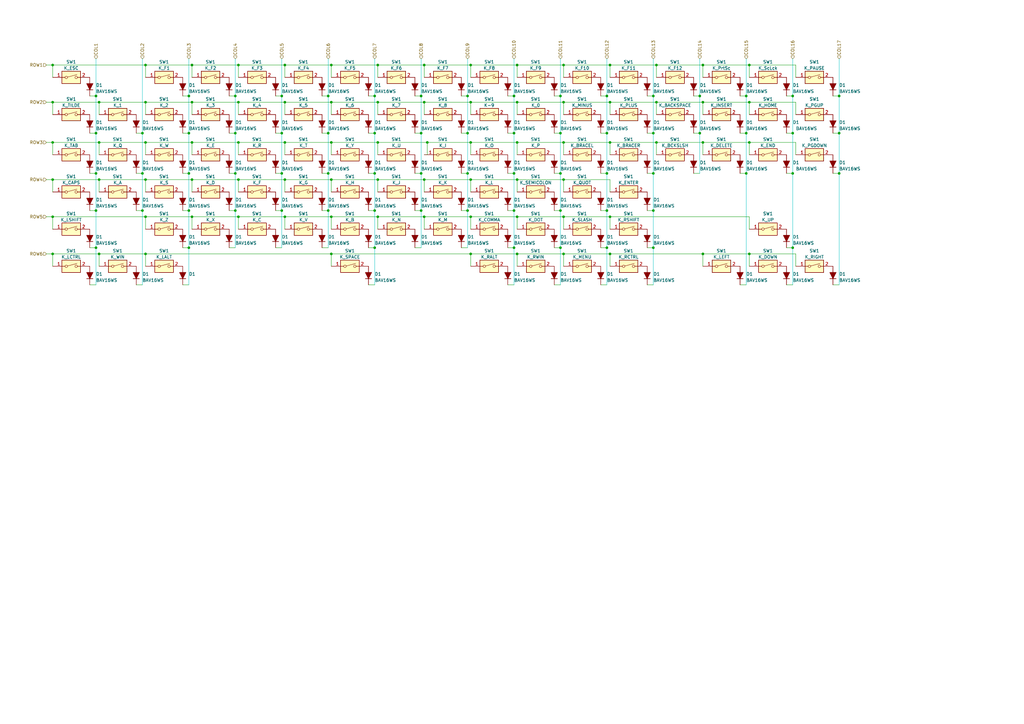
<source format=kicad_sch>
(kicad_sch (version 20230121) (generator eeschema)
  (paper "A3")
  (junction (at 116.84 88.9))
  (junction (at 344.17 39.37))
  (junction (at 307.34 58.42))
  (junction (at 229.87 101.6))
  (junction (at 154.94 58.42))
  (junction (at 21.59 41.91))
  (junction (at 306.07 39.37))
  (junction (at 267.97 54.61))
  (junction (at 39.37 54.61))
  (junction (at 97.79 41.91))
  (junction (at 231.14 58.42))
  (junction (at 172.72 71.12))
  (junction (at 153.67 39.37))
  (junction (at 212.09 104.14))
  (junction (at 210.82 39.37))
  (junction (at 288.29 58.42))
  (junction (at 248.92 101.6))
  (junction (at 77.47 86.36))
  (junction (at 154.94 73.66))
  (junction (at 193.04 104.14))
  (junction (at 212.09 41.91))
  (junction (at 231.14 88.9))
  (junction (at 58.42 71.12))
  (junction (at 210.82 101.6))
  (junction (at 40.64 41.91))
  (junction (at 97.79 58.42))
  (junction (at 78.74 41.91))
  (junction (at 288.29 104.14))
  (junction (at 21.59 26.67))
  (junction (at 154.94 41.91))
  (junction (at 59.69 41.91))
  (junction (at 250.19 104.14))
  (junction (at 229.87 39.37))
  (junction (at 191.77 54.61))
  (junction (at 229.87 54.61))
  (junction (at 173.99 73.66))
  (junction (at 344.17 54.61))
  (junction (at 59.69 73.66))
  (junction (at 248.92 86.36))
  (junction (at 153.67 71.12))
  (junction (at 191.77 86.36))
  (junction (at 58.42 86.36))
  (junction (at 77.47 71.12))
  (junction (at 248.92 71.12))
  (junction (at 267.97 101.6))
  (junction (at 134.62 54.61))
  (junction (at 210.82 54.61))
  (junction (at 193.04 58.42))
  (junction (at 212.09 73.66))
  (junction (at 175.26 58.42))
  (junction (at 231.14 73.66))
  (junction (at 229.87 71.12))
  (junction (at 135.89 73.66))
  (junction (at 191.77 39.37))
  (junction (at 77.47 101.6))
  (junction (at 78.74 73.66))
  (junction (at 115.57 86.36))
  (junction (at 307.34 104.14))
  (junction (at 307.34 26.67))
  (junction (at 21.59 58.42))
  (junction (at 173.99 88.9))
  (junction (at 193.04 41.91))
  (junction (at 115.57 54.61))
  (junction (at 39.37 101.6))
  (junction (at 306.07 71.12))
  (junction (at 250.19 88.9))
  (junction (at 267.97 39.37))
  (junction (at 191.77 71.12))
  (junction (at 269.24 41.91))
  (junction (at 78.74 88.9))
  (junction (at 39.37 86.36))
  (junction (at 229.87 86.36))
  (junction (at 172.72 86.36))
  (junction (at 173.99 26.67))
  (junction (at 307.34 41.91))
  (junction (at 173.99 41.91))
  (junction (at 231.14 26.67))
  (junction (at 135.89 104.14))
  (junction (at 135.89 41.91))
  (junction (at 21.59 104.14))
  (junction (at 116.84 73.66))
  (junction (at 193.04 73.66))
  (junction (at 306.07 54.61))
  (junction (at 325.12 71.12))
  (junction (at 250.19 26.67))
  (junction (at 116.84 41.91))
  (junction (at 21.59 88.9))
  (junction (at 77.47 54.61))
  (junction (at 250.19 41.91))
  (junction (at 325.12 39.37))
  (junction (at 58.42 54.61))
  (junction (at 40.64 104.14))
  (junction (at 325.12 101.6))
  (junction (at 21.59 73.66))
  (junction (at 97.79 26.67))
  (junction (at 78.74 58.42))
  (junction (at 212.09 58.42))
  (junction (at 134.62 39.37))
  (junction (at 135.89 26.67))
  (junction (at 40.64 73.66))
  (junction (at 77.47 39.37))
  (junction (at 59.69 58.42))
  (junction (at 59.69 26.67))
  (junction (at 154.94 88.9))
  (junction (at 288.29 41.91))
  (junction (at 39.37 71.12))
  (junction (at 116.84 26.67))
  (junction (at 135.89 88.9))
  (junction (at 39.37 39.37))
  (junction (at 97.79 73.66))
  (junction (at 267.97 86.36))
  (junction (at 287.02 39.37))
  (junction (at 59.69 104.14))
  (junction (at 96.52 54.61))
  (junction (at 287.02 54.61))
  (junction (at 248.92 39.37))
  (junction (at 153.67 86.36))
  (junction (at 116.84 58.42))
  (junction (at 40.64 58.42))
  (junction (at 344.17 71.12))
  (junction (at 78.74 26.67))
  (junction (at 269.24 26.67))
  (junction (at 134.62 86.36))
  (junction (at 288.29 26.67))
  (junction (at 212.09 26.67))
  (junction (at 267.97 71.12))
  (junction (at 172.72 54.61))
  (junction (at 172.72 39.37))
  (junction (at 269.24 58.42))
  (junction (at 193.04 88.9))
  (junction (at 115.57 71.12))
  (junction (at 193.04 26.67))
  (junction (at 96.52 86.36))
  (junction (at 154.94 26.67))
  (junction (at 325.12 54.61))
  (junction (at 153.67 54.61))
  (junction (at 231.14 41.91))
  (junction (at 97.79 88.9))
  (junction (at 59.69 88.9))
  (junction (at 231.14 104.14))
  (junction (at 210.82 71.12))
  (junction (at 250.19 58.42))
  (junction (at 96.52 71.12))
  (junction (at 248.92 54.61))
  (junction (at 134.62 71.12))
  (junction (at 210.82 86.36))
  (junction (at 96.52 39.37))
  (junction (at 115.57 39.37))
  (junction (at 153.67 101.6))
  (junction (at 135.89 58.42))
  (junction (at 212.09 88.9))
  (wire (pts (xy 326.39 26.67) (xy 326.39 31.75)))
  (wire (pts (xy 231.14 88.9) (xy 231.14 93.98)))
  (wire (pts (xy 210.82 101.6) (xy 210.82 116.84)) (stroke (width 0) (color 0 194 194 1)))
  (wire (pts (xy 246.38 86.36) (xy 248.92 86.36)))
  (wire (pts (xy 116.84 88.9) (xy 116.84 93.98)))
  (wire (pts (xy 267.97 71.12) (xy 267.97 86.36)) (stroke (width 0) (color 0 194 194 1)))
  (wire (pts (xy 93.98 54.61) (xy 96.52 54.61)))
  (wire (pts (xy 115.57 71.12) (xy 115.57 86.36)) (stroke (width 0) (color 0 194 194 1)))
  (wire (pts (xy 21.59 73.66) (xy 21.59 78.74)))
  (wire (pts (xy 265.43 86.36) (xy 267.97 86.36)))
  (wire (pts (xy 193.04 104.14) (xy 212.09 104.14)))
  (wire (pts (xy 173.99 88.9) (xy 173.99 93.98)))
  (wire (pts (xy 325.12 116.84) (xy 322.58 116.84)))
  (wire (pts (xy 78.74 26.67) (xy 78.74 31.75)))
  (wire (pts (xy 307.34 104.14) (xy 326.39 104.14)))
  (wire (pts (xy 288.29 26.67) (xy 288.29 31.75)))
  (wire (pts (xy 21.59 58.42) (xy 21.59 63.5)))
  (wire (pts (xy 250.19 73.66) (xy 250.19 78.74)))
  (wire (pts (xy 303.53 39.37) (xy 306.07 39.37)))
  (wire (pts (xy 154.94 26.67) (xy 173.99 26.67)))
  (wire (pts (xy 193.04 104.14) (xy 193.04 109.22)))
  (wire (pts (xy 248.92 39.37) (xy 248.92 54.61)) (stroke (width 0) (color 0 194 194 1)))
  (wire (pts (xy 132.08 54.61) (xy 134.62 54.61)))
  (wire (pts (xy 307.34 41.91) (xy 307.34 46.99)))
  (wire (pts (xy 250.19 58.42) (xy 250.19 63.5)))
  (wire (pts (xy 96.52 71.12) (xy 96.52 86.36)) (stroke (width 0) (color 0 194 194 1)))
  (wire (pts (xy 40.64 104.14) (xy 40.64 109.22)))
  (wire (pts (xy 135.89 41.91) (xy 154.94 41.91)))
  (wire (pts (xy 227.33 39.37) (xy 229.87 39.37)))
  (wire (pts (xy 246.38 71.12) (xy 248.92 71.12)))
  (wire (pts (xy 265.43 54.61) (xy 267.97 54.61)))
  (wire (pts (xy 93.98 39.37) (xy 96.52 39.37)))
  (wire (pts (xy 116.84 73.66) (xy 116.84 78.74)))
  (wire (pts (xy 154.94 73.66) (xy 173.99 73.66)))
  (wire (pts (xy 326.39 41.91) (xy 326.39 46.99)))
  (wire (pts (xy 153.67 116.84) (xy 151.13 116.84)))
  (wire (pts (xy 40.64 41.91) (xy 40.64 46.99)))
  (wire (pts (xy 212.09 73.66) (xy 231.14 73.66)))
  (wire (pts (xy 58.42 24.13) (xy 58.42 54.61)) (stroke (width 0) (color 0 194 194 1)))
  (wire (pts (xy 173.99 73.66) (xy 173.99 78.74)))
  (wire (pts (xy 55.88 86.36) (xy 58.42 86.36)))
  (wire (pts (xy 265.43 101.6) (xy 267.97 101.6)))
  (wire (pts (xy 40.64 73.66) (xy 59.69 73.66)))
  (wire (pts (xy 116.84 58.42) (xy 135.89 58.42)))
  (wire (pts (xy 134.62 54.61) (xy 134.62 71.12)) (stroke (width 0) (color 0 194 194 1)))
  (wire (pts (xy 231.14 58.42) (xy 231.14 63.5)))
  (wire (pts (xy 227.33 101.6) (xy 229.87 101.6)))
  (wire (pts (xy 173.99 41.91) (xy 193.04 41.91)))
  (wire (pts (xy 97.79 41.91) (xy 97.79 46.99)))
  (wire (pts (xy 229.87 116.84) (xy 227.33 116.84)))
  (wire (pts (xy 78.74 58.42) (xy 78.74 63.5)))
  (wire (pts (xy 250.19 26.67) (xy 269.24 26.67)))
  (wire (pts (xy 116.84 88.9) (xy 135.89 88.9)))
  (wire (pts (xy 193.04 58.42) (xy 212.09 58.42)))
  (wire (pts (xy 21.59 104.14) (xy 40.64 104.14)))
  (wire (pts (xy 134.62 39.37) (xy 134.62 54.61)) (stroke (width 0) (color 0 194 194 1)))
  (wire (pts (xy 58.42 71.12) (xy 58.42 86.36)) (stroke (width 0) (color 0 194 194 1)))
  (wire (pts (xy 173.99 26.67) (xy 193.04 26.67)))
  (wire (pts (xy 135.89 88.9) (xy 135.89 93.98)))
  (wire (pts (xy 208.28 101.6) (xy 210.82 101.6)))
  (wire (pts (xy 116.84 41.91) (xy 116.84 46.99)))
  (wire (pts (xy 97.79 88.9) (xy 116.84 88.9)))
  (wire (pts (xy 325.12 39.37) (xy 325.12 54.61)) (stroke (width 0) (color 0 194 194 1)))
  (wire (pts (xy 19.05 104.14) (xy 21.59 104.14)))
  (wire (pts (xy 250.19 104.14) (xy 250.19 109.22)))
  (wire (pts (xy 135.89 26.67) (xy 135.89 31.75)))
  (wire (pts (xy 344.17 39.37) (xy 344.17 54.61)) (stroke (width 0) (color 0 194 194 1)))
  (wire (pts (xy 307.34 58.42) (xy 326.39 58.42)))
  (wire (pts (xy 248.92 24.13) (xy 248.92 39.37)) (stroke (width 0) (color 0 194 194 1)))
  (wire (pts (xy 115.57 86.36) (xy 115.57 101.6)) (stroke (width 0) (color 0 194 194 1)))
  (wire (pts (xy 210.82 39.37) (xy 210.82 54.61)) (stroke (width 0) (color 0 194 194 1)))
  (wire (pts (xy 210.82 116.84) (xy 208.28 116.84)))
  (wire (pts (xy 250.19 41.91) (xy 250.19 46.99)))
  (wire (pts (xy 288.29 41.91) (xy 288.29 46.99)))
  (wire (pts (xy 208.28 39.37) (xy 210.82 39.37)))
  (wire (pts (xy 173.99 26.67) (xy 173.99 31.75)))
  (wire (pts (xy 116.84 26.67) (xy 116.84 31.75)))
  (wire (pts (xy 19.05 73.66) (xy 21.59 73.66)))
  (wire (pts (xy 210.82 24.13) (xy 210.82 39.37)) (stroke (width 0) (color 0 194 194 1)))
  (wire (pts (xy 151.13 54.61) (xy 153.67 54.61)))
  (wire (pts (xy 326.39 104.14) (xy 326.39 109.22)))
  (wire (pts (xy 59.69 41.91) (xy 59.69 46.99)))
  (wire (pts (xy 116.84 41.91) (xy 135.89 41.91)))
  (wire (pts (xy 19.05 58.42) (xy 21.59 58.42)))
  (wire (pts (xy 250.19 88.9) (xy 307.34 88.9)))
  (wire (pts (xy 96.52 86.36) (xy 96.52 101.6)) (stroke (width 0) (color 0 194 194 1)))
  (wire (pts (xy 229.87 86.36) (xy 229.87 101.6)) (stroke (width 0) (color 0 194 194 1)))
  (wire (pts (xy 210.82 71.12) (xy 210.82 86.36)) (stroke (width 0) (color 0 194 194 1)))
  (wire (pts (xy 212.09 73.66) (xy 212.09 78.74)))
  (wire (pts (xy 153.67 54.61) (xy 153.67 71.12)) (stroke (width 0) (color 0 194 194 1)))
  (wire (pts (xy 173.99 73.66) (xy 193.04 73.66)))
  (wire (pts (xy 115.57 39.37) (xy 115.57 54.61)) (stroke (width 0) (color 0 194 194 1)))
  (wire (pts (xy 59.69 41.91) (xy 78.74 41.91)))
  (wire (pts (xy 74.93 101.6) (xy 77.47 101.6)))
  (wire (pts (xy 193.04 26.67) (xy 212.09 26.67)))
  (wire (pts (xy 21.59 88.9) (xy 59.69 88.9)))
  (wire (pts (xy 189.23 54.61) (xy 191.77 54.61)))
  (wire (pts (xy 229.87 54.61) (xy 229.87 71.12)) (stroke (width 0) (color 0 194 194 1)))
  (wire (pts (xy 193.04 41.91) (xy 193.04 46.99)))
  (wire (pts (xy 307.34 26.67) (xy 326.39 26.67)))
  (wire (pts (xy 135.89 88.9) (xy 154.94 88.9)))
  (wire (pts (xy 307.34 41.91) (xy 326.39 41.91)))
  (wire (pts (xy 134.62 71.12) (xy 134.62 86.36)) (stroke (width 0) (color 0 194 194 1)))
  (wire (pts (xy 153.67 24.13) (xy 153.67 39.37)) (stroke (width 0) (color 0 194 194 1)))
  (wire (pts (xy 287.02 39.37) (xy 287.02 54.61)) (stroke (width 0) (color 0 194 194 1)))
  (wire (pts (xy 132.08 71.12) (xy 134.62 71.12)))
  (wire (pts (xy 58.42 116.84) (xy 55.88 116.84)))
  (wire (pts (xy 19.05 41.91) (xy 21.59 41.91)))
  (wire (pts (xy 135.89 58.42) (xy 135.89 63.5)))
  (wire (pts (xy 172.72 54.61) (xy 172.72 71.12)) (stroke (width 0) (color 0 194 194 1)))
  (wire (pts (xy 307.34 58.42) (xy 307.34 63.5)))
  (wire (pts (xy 212.09 26.67) (xy 212.09 31.75)))
  (wire (pts (xy 153.67 86.36) (xy 153.67 101.6)) (stroke (width 0) (color 0 194 194 1)))
  (wire (pts (xy 135.89 41.91) (xy 135.89 46.99)))
  (wire (pts (xy 269.24 58.42) (xy 269.24 63.5)))
  (wire (pts (xy 39.37 116.84) (xy 36.83 116.84)))
  (wire (pts (xy 154.94 26.67) (xy 154.94 31.75)))
  (wire (pts (xy 134.62 101.6) (xy 132.08 101.6)))
  (wire (pts (xy 21.59 88.9) (xy 21.59 93.98)))
  (wire (pts (xy 248.92 71.12) (xy 248.92 86.36)) (stroke (width 0) (color 0 194 194 1)))
  (wire (pts (xy 212.09 88.9) (xy 231.14 88.9)))
  (wire (pts (xy 288.29 58.42) (xy 307.34 58.42)))
  (wire (pts (xy 21.59 26.67) (xy 21.59 31.75)))
  (wire (pts (xy 97.79 41.91) (xy 116.84 41.91)))
  (wire (pts (xy 212.09 104.14) (xy 212.09 109.22)))
  (wire (pts (xy 153.67 71.12) (xy 153.67 86.36)) (stroke (width 0) (color 0 194 194 1)))
  (wire (pts (xy 115.57 101.6) (xy 113.03 101.6)))
  (wire (pts (xy 212.09 26.67) (xy 231.14 26.67)))
  (wire (pts (xy 322.58 54.61) (xy 325.12 54.61)))
  (wire (pts (xy 306.07 54.61) (xy 306.07 71.12)) (stroke (width 0) (color 0 194 194 1)))
  (wire (pts (xy 21.59 104.14) (xy 21.59 109.22)))
  (wire (pts (xy 96.52 39.37) (xy 96.52 54.61)) (stroke (width 0) (color 0 194 194 1)))
  (wire (pts (xy 326.39 58.42) (xy 326.39 63.5)))
  (wire (pts (xy 231.14 58.42) (xy 250.19 58.42)))
  (wire (pts (xy 77.47 101.6) (xy 77.47 116.84)) (stroke (width 0) (color 0 194 194 1)))
  (wire (pts (xy 229.87 39.37) (xy 229.87 54.61)) (stroke (width 0) (color 0 194 194 1)))
  (wire (pts (xy 284.48 39.37) (xy 287.02 39.37)))
  (wire (pts (xy 21.59 41.91) (xy 21.59 46.99)))
  (wire (pts (xy 288.29 104.14) (xy 307.34 104.14)))
  (wire (pts (xy 246.38 101.6) (xy 248.92 101.6)))
  (wire (pts (xy 59.69 88.9) (xy 59.69 93.98)))
  (wire (pts (xy 154.94 41.91) (xy 154.94 46.99)))
  (wire (pts (xy 193.04 88.9) (xy 212.09 88.9)))
  (wire (pts (xy 116.84 26.67) (xy 135.89 26.67)))
  (wire (pts (xy 287.02 24.13) (xy 287.02 39.37)) (stroke (width 0) (color 0 194 194 1)))
  (wire (pts (xy 265.43 71.12) (xy 267.97 71.12)))
  (wire (pts (xy 59.69 88.9) (xy 78.74 88.9)))
  (wire (pts (xy 40.64 104.14) (xy 59.69 104.14)))
  (wire (pts (xy 306.07 116.84) (xy 303.53 116.84)))
  (wire (pts (xy 231.14 109.22) (xy 231.14 104.14)))
  (wire (pts (xy 172.72 86.36) (xy 172.72 101.6)) (stroke (width 0) (color 0 194 194 1)))
  (wire (pts (xy 267.97 101.6) (xy 267.97 116.84)) (stroke (width 0) (color 0 194 194 1)))
  (wire (pts (xy 77.47 71.12) (xy 77.47 86.36)) (stroke (width 0) (color 0 194 194 1)))
  (wire (pts (xy 307.34 26.67) (xy 307.34 31.75)))
  (wire (pts (xy 134.62 24.13) (xy 134.62 39.37)) (stroke (width 0) (color 0 194 194 1)))
  (wire (pts (xy 231.14 26.67) (xy 231.14 31.75)))
  (wire (pts (xy 246.38 54.61) (xy 248.92 54.61)))
  (wire (pts (xy 344.17 24.13) (xy 344.17 39.37)) (stroke (width 0) (color 0 194 194 1)))
  (wire (pts (xy 77.47 39.37) (xy 77.47 54.61)) (stroke (width 0) (color 0 194 194 1)))
  (wire (pts (xy 116.84 58.42) (xy 116.84 63.5)))
  (wire (pts (xy 135.89 58.42) (xy 154.94 58.42)))
  (wire (pts (xy 154.94 58.42) (xy 154.94 63.5)))
  (wire (pts (xy 59.69 26.67) (xy 78.74 26.67)))
  (wire (pts (xy 113.03 71.12) (xy 115.57 71.12)))
  (wire (pts (xy 267.97 39.37) (xy 267.97 54.61)) (stroke (width 0) (color 0 194 194 1)))
  (wire (pts (xy 303.53 71.12) (xy 306.07 71.12)))
  (wire (pts (xy 154.94 73.66) (xy 154.94 78.74)))
  (wire (pts (xy 151.13 71.12) (xy 153.67 71.12)))
  (wire (pts (xy 40.64 58.42) (xy 59.69 58.42)))
  (wire (pts (xy 170.18 54.61) (xy 172.72 54.61)))
  (wire (pts (xy 212.09 88.9) (xy 212.09 93.98)))
  (wire (pts (xy 227.33 86.36) (xy 229.87 86.36)))
  (wire (pts (xy 265.43 39.37) (xy 267.97 39.37)))
  (wire (pts (xy 248.92 101.6) (xy 248.92 116.84)) (stroke (width 0) (color 0 194 194 1)))
  (wire (pts (xy 77.47 116.84) (xy 74.93 116.84)))
  (wire (pts (xy 113.03 39.37) (xy 115.57 39.37)))
  (wire (pts (xy 231.14 104.14) (xy 250.19 104.14)))
  (wire (pts (xy 303.53 54.61) (xy 306.07 54.61)))
  (wire (pts (xy 210.82 86.36) (xy 210.82 101.6)) (stroke (width 0) (color 0 194 194 1)))
  (wire (pts (xy 39.37 24.13) (xy 39.37 39.37)) (stroke (width 0) (color 0 194 194 1)))
  (wire (pts (xy 231.14 88.9) (xy 250.19 88.9)))
  (wire (pts (xy 229.87 71.12) (xy 229.87 86.36)) (stroke (width 0) (color 0 194 194 1)))
  (wire (pts (xy 189.23 39.37) (xy 191.77 39.37)))
  (wire (pts (xy 78.74 73.66) (xy 97.79 73.66)))
  (wire (pts (xy 269.24 41.91) (xy 269.24 46.99)))
  (wire (pts (xy 74.93 39.37) (xy 77.47 39.37)))
  (wire (pts (xy 307.34 88.9) (xy 307.34 93.98)))
  (wire (pts (xy 267.97 116.84) (xy 265.43 116.84)))
  (wire (pts (xy 212.09 41.91) (xy 231.14 41.91)))
  (wire (pts (xy 96.52 54.61) (xy 96.52 71.12)) (stroke (width 0) (color 0 194 194 1)))
  (wire (pts (xy 227.33 54.61) (xy 229.87 54.61)))
  (wire (pts (xy 191.77 24.13) (xy 191.77 39.37)) (stroke (width 0) (color 0 194 194 1)))
  (wire (pts (xy 151.13 101.6) (xy 153.67 101.6)))
  (wire (pts (xy 306.07 39.37) (xy 306.07 54.61)) (stroke (width 0) (color 0 194 194 1)))
  (wire (pts (xy 59.69 58.42) (xy 78.74 58.42)))
  (wire (pts (xy 307.34 104.14) (xy 307.34 109.22)))
  (wire (pts (xy 267.97 24.13) (xy 267.97 39.37)) (stroke (width 0) (color 0 194 194 1)))
  (wire (pts (xy 113.03 86.36) (xy 115.57 86.36)))
  (wire (pts (xy 40.64 41.91) (xy 59.69 41.91)))
  (wire (pts (xy 97.79 88.9) (xy 97.79 93.98)))
  (wire (pts (xy 36.83 39.37) (xy 39.37 39.37)))
  (wire (pts (xy 325.12 101.6) (xy 325.12 116.84)) (stroke (width 0) (color 0 194 194 1)))
  (wire (pts (xy 58.42 86.36) (xy 58.42 116.84)) (stroke (width 0) (color 0 194 194 1)))
  (wire (pts (xy 55.88 54.61) (xy 58.42 54.61)))
  (wire (pts (xy 306.07 71.12) (xy 306.07 116.84)) (stroke (width 0) (color 0 194 194 1)))
  (wire (pts (xy 193.04 88.9) (xy 193.04 93.98)))
  (wire (pts (xy 229.87 24.13) (xy 229.87 39.37)) (stroke (width 0) (color 0 194 194 1)))
  (wire (pts (xy 325.12 24.13) (xy 325.12 39.37)) (stroke (width 0) (color 0 194 194 1)))
  (wire (pts (xy 175.26 58.42) (xy 193.04 58.42)))
  (wire (pts (xy 97.79 58.42) (xy 97.79 63.5)))
  (wire (pts (xy 154.94 58.42) (xy 175.26 58.42)))
  (wire (pts (xy 212.09 41.91) (xy 212.09 46.99)))
  (wire (pts (xy 246.38 39.37) (xy 248.92 39.37)))
  (wire (pts (xy 74.93 86.36) (xy 77.47 86.36)))
  (wire (pts (xy 78.74 41.91) (xy 97.79 41.91)))
  (wire (pts (xy 115.57 24.13) (xy 115.57 39.37)) (stroke (width 0) (color 0 194 194 1)))
  (wire (pts (xy 325.12 71.12) (xy 325.12 101.6)) (stroke (width 0) (color 0 194 194 1)))
  (wire (pts (xy 154.94 88.9) (xy 154.94 93.98)))
  (wire (pts (xy 77.47 54.61) (xy 77.47 71.12)) (stroke (width 0) (color 0 194 194 1)))
  (wire (pts (xy 250.19 41.91) (xy 269.24 41.91)))
  (wire (pts (xy 287.02 54.61) (xy 287.02 71.12)) (stroke (width 0) (color 0 194 194 1)))
  (wire (pts (xy 193.04 26.67) (xy 193.04 31.75)))
  (wire (pts (xy 74.93 54.61) (xy 77.47 54.61)))
  (wire (pts (xy 288.29 26.67) (xy 307.34 26.67)))
  (wire (pts (xy 189.23 71.12) (xy 191.77 71.12)))
  (wire (pts (xy 193.04 58.42) (xy 193.04 63.5)))
  (wire (pts (xy 97.79 26.67) (xy 116.84 26.67)))
  (wire (pts (xy 173.99 88.9) (xy 193.04 88.9)))
  (wire (pts (xy 231.14 26.67) (xy 250.19 26.67)))
  (wire (pts (xy 40.64 73.66) (xy 40.64 78.74)))
  (wire (pts (xy 21.59 73.66) (xy 40.64 73.66)))
  (wire (pts (xy 19.05 26.67) (xy 21.59 26.67)))
  (wire (pts (xy 250.19 58.42) (xy 269.24 58.42)))
  (wire (pts (xy 78.74 26.67) (xy 97.79 26.67)))
  (wire (pts (xy 191.77 71.12) (xy 191.77 86.36)) (stroke (width 0) (color 0 194 194 1)))
  (wire (pts (xy 344.17 71.12) (xy 344.17 116.84)) (stroke (width 0) (color 0 194 194 1)))
  (wire (pts (xy 36.83 101.6) (xy 39.37 101.6)))
  (wire (pts (xy 21.59 41.91) (xy 40.64 41.91)))
  (wire (pts (xy 231.14 73.66) (xy 250.19 73.66)))
  (wire (pts (xy 93.98 86.36) (xy 96.52 86.36)))
  (wire (pts (xy 344.17 116.84) (xy 341.63 116.84)))
  (wire (pts (xy 269.24 58.42) (xy 288.29 58.42)))
  (wire (pts (xy 322.58 101.6) (xy 325.12 101.6)))
  (wire (pts (xy 59.69 73.66) (xy 59.69 78.74)))
  (wire (pts (xy 227.33 71.12) (xy 229.87 71.12)))
  (wire (pts (xy 78.74 58.42) (xy 97.79 58.42)))
  (wire (pts (xy 191.77 54.61) (xy 191.77 71.12)) (stroke (width 0) (color 0 194 194 1)))
  (wire (pts (xy 154.94 88.9) (xy 173.99 88.9)))
  (wire (pts (xy 231.14 73.66) (xy 231.14 78.74)))
  (wire (pts (xy 97.79 73.66) (xy 116.84 73.66)))
  (wire (pts (xy 135.89 26.67) (xy 154.94 26.67)))
  (wire (pts (xy 208.28 86.36) (xy 210.82 86.36)))
  (wire (pts (xy 170.18 71.12) (xy 172.72 71.12)))
  (wire (pts (xy 170.18 39.37) (xy 172.72 39.37)))
  (wire (pts (xy 172.72 71.12) (xy 172.72 86.36)) (stroke (width 0) (color 0 194 194 1)))
  (wire (pts (xy 175.26 63.5) (xy 175.26 58.42)))
  (wire (pts (xy 269.24 26.67) (xy 269.24 31.75)))
  (wire (pts (xy 40.64 58.42) (xy 40.64 63.5)))
  (wire (pts (xy 21.59 26.67) (xy 59.69 26.67)))
  (wire (pts (xy 231.14 41.91) (xy 231.14 46.99)))
  (wire (pts (xy 250.19 88.9) (xy 250.19 93.98)))
  (wire (pts (xy 59.69 104.14) (xy 135.89 104.14)))
  (wire (pts (xy 74.93 71.12) (xy 77.47 71.12)))
  (wire (pts (xy 172.72 101.6) (xy 170.18 101.6)))
  (wire (pts (xy 19.05 88.9) (xy 21.59 88.9)))
  (wire (pts (xy 208.28 54.61) (xy 210.82 54.61)))
  (wire (pts (xy 21.59 58.42) (xy 40.64 58.42)))
  (wire (pts (xy 132.08 86.36) (xy 134.62 86.36)))
  (wire (pts (xy 322.58 71.12) (xy 325.12 71.12)))
  (wire (pts (xy 132.08 39.37) (xy 134.62 39.37)))
  (wire (pts (xy 78.74 73.66) (xy 78.74 78.74)))
  (wire (pts (xy 78.74 41.91) (xy 78.74 46.99)))
  (wire (pts (xy 97.79 78.74) (xy 97.79 73.66)))
  (wire (pts (xy 212.09 58.42) (xy 212.09 63.5)))
  (wire (pts (xy 288.29 41.91) (xy 307.34 41.91)))
  (wire (pts (xy 59.69 73.66) (xy 78.74 73.66)))
  (wire (pts (xy 93.98 71.12) (xy 96.52 71.12)))
  (wire (pts (xy 59.69 58.42) (xy 59.69 63.5)))
  (wire (pts (xy 325.12 54.61) (xy 325.12 71.12)) (stroke (width 0) (color 0 194 194 1)))
  (wire (pts (xy 39.37 86.36) (xy 39.37 101.6)) (stroke (width 0) (color 0 194 194 1)))
  (wire (pts (xy 153.67 101.6) (xy 153.67 116.84)) (stroke (width 0) (color 0 194 194 1)))
  (wire (pts (xy 248.92 86.36) (xy 248.92 101.6)) (stroke (width 0) (color 0 194 194 1)))
  (wire (pts (xy 36.83 71.12) (xy 39.37 71.12)))
  (wire (pts (xy 172.72 24.13) (xy 172.72 39.37)) (stroke (width 0) (color 0 194 194 1)))
  (wire (pts (xy 267.97 86.36) (xy 267.97 101.6)) (stroke (width 0) (color 0 194 194 1)))
  (wire (pts (xy 59.69 104.14) (xy 59.69 109.22)))
  (wire (pts (xy 77.47 86.36) (xy 77.47 101.6)) (stroke (width 0) (color 0 194 194 1)))
  (wire (pts (xy 269.24 41.91) (xy 288.29 41.91)))
  (wire (pts (xy 208.28 71.12) (xy 210.82 71.12)))
  (wire (pts (xy 250.19 26.67) (xy 250.19 31.75)))
  (wire (pts (xy 341.63 71.12) (xy 344.17 71.12)))
  (wire (pts (xy 288.29 58.42) (xy 288.29 63.5)))
  (wire (pts (xy 288.29 104.14) (xy 288.29 109.22)))
  (wire (pts (xy 173.99 41.91) (xy 173.99 46.99)))
  (wire (pts (xy 173.99 63.5) (xy 175.26 63.5)))
  (wire (pts (xy 344.17 54.61) (xy 344.17 71.12)) (stroke (width 0) (color 0 194 194 1)))
  (wire (pts (xy 248.92 116.84) (xy 246.38 116.84)))
  (wire (pts (xy 39.37 101.6) (xy 39.37 116.84)) (stroke (width 0) (color 0 194 194 1)))
  (wire (pts (xy 134.62 86.36) (xy 134.62 101.6)) (stroke (width 0) (color 0 194 194 1)))
  (wire (pts (xy 36.83 86.36) (xy 39.37 86.36)))
  (wire (pts (xy 250.19 104.14) (xy 288.29 104.14)))
  (wire (pts (xy 97.79 58.42) (xy 116.84 58.42)))
  (wire (pts (xy 212.09 104.14) (xy 231.14 104.14)))
  (wire (pts (xy 115.57 54.61) (xy 115.57 71.12)) (stroke (width 0) (color 0 194 194 1)))
  (wire (pts (xy 172.72 39.37) (xy 172.72 54.61)) (stroke (width 0) (color 0 194 194 1)))
  (wire (pts (xy 135.89 104.14) (xy 193.04 104.14)))
  (wire (pts (xy 113.03 54.61) (xy 115.57 54.61)))
  (wire (pts (xy 97.79 26.67) (xy 97.79 31.75)))
  (wire (pts (xy 306.07 24.13) (xy 306.07 39.37)) (stroke (width 0) (color 0 194 194 1)))
  (wire (pts (xy 96.52 24.13) (xy 96.52 39.37)) (stroke (width 0) (color 0 194 194 1)))
  (wire (pts (xy 210.82 54.61) (xy 210.82 71.12)) (stroke (width 0) (color 0 194 194 1)))
  (wire (pts (xy 39.37 54.61) (xy 39.37 71.12)) (stroke (width 0) (color 0 194 194 1)))
  (wire (pts (xy 135.89 73.66) (xy 154.94 73.66)))
  (wire (pts (xy 341.63 39.37) (xy 344.17 39.37)))
  (wire (pts (xy 284.48 54.61) (xy 287.02 54.61)))
  (wire (pts (xy 267.97 54.61) (xy 267.97 71.12)) (stroke (width 0) (color 0 194 194 1)))
  (wire (pts (xy 248.92 54.61) (xy 248.92 71.12)) (stroke (width 0) (color 0 194 194 1)))
  (wire (pts (xy 151.13 86.36) (xy 153.67 86.36)))
  (wire (pts (xy 229.87 101.6) (xy 229.87 116.84)) (stroke (width 0) (color 0 194 194 1)))
  (wire (pts (xy 135.89 73.66) (xy 135.89 78.74)))
  (wire (pts (xy 322.58 39.37) (xy 325.12 39.37)))
  (wire (pts (xy 55.88 71.12) (xy 58.42 71.12)))
  (wire (pts (xy 153.67 39.37) (xy 153.67 54.61)) (stroke (width 0) (color 0 194 194 1)))
  (wire (pts (xy 151.13 39.37) (xy 153.67 39.37)))
  (wire (pts (xy 191.77 86.36) (xy 191.77 101.6)) (stroke (width 0) (color 0 194 194 1)))
  (wire (pts (xy 39.37 39.37) (xy 39.37 54.61)) (stroke (width 0) (color 0 194 194 1)))
  (wire (pts (xy 58.42 54.61) (xy 58.42 71.12)) (stroke (width 0) (color 0 194 194 1)))
  (wire (pts (xy 36.83 54.61) (xy 39.37 54.61)))
  (wire (pts (xy 78.74 88.9) (xy 78.74 93.98)))
  (wire (pts (xy 191.77 39.37) (xy 191.77 54.61)) (stroke (width 0) (color 0 194 194 1)))
  (wire (pts (xy 191.77 101.6) (xy 189.23 101.6)))
  (wire (pts (xy 96.52 101.6) (xy 93.98 101.6)))
  (wire (pts (xy 77.47 24.13) (xy 77.47 39.37)) (stroke (width 0) (color 0 194 194 1)))
  (wire (pts (xy 193.04 73.66) (xy 193.04 78.74)))
  (wire (pts (xy 193.04 41.91) (xy 212.09 41.91)))
  (wire (pts (xy 170.18 86.36) (xy 172.72 86.36)))
  (wire (pts (xy 231.14 41.91) (xy 250.19 41.91)))
  (wire (pts (xy 269.24 26.67) (xy 288.29 26.67)))
  (wire (pts (xy 212.09 58.42) (xy 231.14 58.42)))
  (wire (pts (xy 193.04 73.66) (xy 212.09 73.66)))
  (wire (pts (xy 116.84 73.66) (xy 135.89 73.66)))
  (wire (pts (xy 135.89 104.14) (xy 135.89 109.22)))
  (wire (pts (xy 341.63 54.61) (xy 344.17 54.61)))
  (wire (pts (xy 154.94 41.91) (xy 173.99 41.91)))
  (wire (pts (xy 78.74 88.9) (xy 97.79 88.9)))
  (wire (pts (xy 39.37 71.12) (xy 39.37 86.36)) (stroke (width 0) (color 0 194 194 1)))
  (wire (pts (xy 287.02 71.12) (xy 284.48 71.12)))
  (wire (pts (xy 59.69 26.67) (xy 59.69 31.75)))
  (wire (pts (xy 189.23 86.36) (xy 191.77 86.36)))
  (hierarchical_label "COL2" (shape input) (at 58.42 24.13 90))
  (hierarchical_label "ROW4" (shape input) (at 19.05 73.66 180))
  (hierarchical_label "COL13" (shape input) (at 267.97 24.13 90))
  (hierarchical_label "COL7" (shape input) (at 153.67 24.13 90))
  (hierarchical_label "COL16" (shape input) (at 325.12 24.13 90))
  (hierarchical_label "COL3" (shape input) (at 77.47 24.13 90))
  (hierarchical_label "COL17" (shape input) (at 344.17 24.13 90))
  (hierarchical_label "COL14" (shape input) (at 287.02 24.13 90))
  (hierarchical_label "COL9" (shape input) (at 191.77 24.13 90))
  (hierarchical_label "COL8" (shape input) (at 172.72 24.13 90))
  (hierarchical_label "COL1" (shape input) (at 39.37 24.13 90))
  (hierarchical_label "ROW3" (shape input) (at 19.05 58.42 180))
  (hierarchical_label "ROW1" (shape input) (at 19.05 26.67 180))
  (hierarchical_label "COL6" (shape input) (at 134.62 24.13 90))
  (hierarchical_label "COL12" (shape input) (at 248.92 24.13 90))
  (hierarchical_label "ROW2" (shape input) (at 19.05 41.91 180))
  (hierarchical_label "COL11" (shape input) (at 229.87 24.13 90))
  (hierarchical_label "COL10" (shape input) (at 210.82 24.13 90))
  (hierarchical_label "COL4" (shape input) (at 96.52 24.13 90))
  (hierarchical_label "ROW5" (shape input) (at 19.05 88.9 180))
  (hierarchical_label "COL15" (shape input) (at 306.07 24.13 90))
  (hierarchical_label "ROW6" (shape input) (at 19.05 104.14 180))
  (hierarchical_label "COL5" (shape input) (at 115.57 24.13 90))
  (symbol (lib_id "PCM_Diode_AKL:BAV16WS") (at 36.83 35.56 270) (unit 1)
    (property "Reference" "D1" (at 39.37 34.925 90) (effects (justify left)))
    (property "Value" "BAV16WS" (at 39.37 37.465 90) (effects (justify left)))
    (property "Footprint" "Diode_SMD:D_SMA" (effects hide))
    (property "Datasheet" "https://www.tme.eu/Document/41cfdc71b60a4a9a56c96a716592d2a8/BAV16WS.pdf" (effects hide))
  )
  (symbol (lib_id "PCM_Diode_AKL:BAV16WS") (at 303.53 67.31 270) (unit 1)
    (property "Reference" "D1" (at 306.07 66.675 90) (effects (justify left)))
    (property "Value" "BAV16WS" (at 306.07 69.215 90) (effects (justify left)))
    (property "Footprint" "Diode_SMD:D_SMA" (effects hide))
    (property "Datasheet" "https://www.tme.eu/Document/41cfdc71b60a4a9a56c96a716592d2a8/BAV16WS.pdf" (effects hide))
    (instances (project "TKLTheSecond" (path "" (reference "D1") (unit 1)) (path "" (reference "D47") (unit 1))))
  )
  (symbol (lib_id "PCM_Diode_AKL:BAV16WS") (at 55.88 82.55 270) (unit 1)
    (property "Reference" "D1" (at 58.42 81.915 90) (effects (justify left)))
    (property "Value" "BAV16WS" (at 58.42 84.455 90) (effects (justify left)))
    (property "Footprint" "Diode_SMD:D_SMA" (effects hide))
    (property "Datasheet" "https://www.tme.eu/Document/41cfdc71b60a4a9a56c96a716592d2a8/BAV16WS.pdf" (effects hide))
    (instances (project "TKLTheSecond" (path "" (reference "D1") (unit 1)) (path "" (reference "D50") (unit 1))))
  )
  (symbol (lib_id "Switch:SW_DIP_x01") (at 314.96 109.22 0) (unit 1)
    (property "Reference" "SW1" (at 314.96 102.87 0))
    (property "Value" "K_DOWN" (at 314.96 105.41 0))
    (property "Footprint" "PCM_Switch_Keyboard_Hotswap_Kailh:SW_Hotswap_Kailh_MX_1.00u" (effects hide))
    (instances (project "TKLTheSecond" (path "" (reference "SW1") (unit 1)) (path "" (reference "SW95") (unit 1))))
  )
  (symbol (lib_id "PCM_Diode_AKL:BAV16WS") (at 113.03 97.79 270) (unit 1)
    (property "Reference" "D1" (at 115.57 97.155 90) (effects (justify left)))
    (property "Value" "BAV16WS" (at 115.57 99.695 90) (effects (justify left)))
    (property "Footprint" "Diode_SMD:D_SMA" (effects hide))
    (property "Datasheet" "https://www.tme.eu/Document/41cfdc71b60a4a9a56c96a716592d2a8/BAV16WS.pdf" (effects hide))
    (instances (project "TKLTheSecond" (path "" (reference "D1") (unit 1)) (path "" (reference "D68") (unit 1))))
  )
  (symbol (lib_id "PCM_Diode_AKL:BAV16WS") (at 322.58 113.03 270) (unit 1)
    (property "Reference" "D1" (at 325.12 112.395 90) (effects (justify left)))
    (property "Value" "BAV16WS" (at 325.12 114.935 90) (effects (justify left)))
    (property "Footprint" "Diode_SMD:D_SMA" (effects hide))
    (property "Datasheet" "https://www.tme.eu/Document/41cfdc71b60a4a9a56c96a716592d2a8/BAV16WS.pdf" (effects hide))
    (instances (project "TKLTheSecond" (path "" (reference "D1") (unit 1)) (path "" (reference "D95") (unit 1))))
  )
  (symbol (lib_id "PCM_Diode_AKL:BAV16WS") (at 265.43 97.79 270) (unit 1)
    (property "Reference" "D1" (at 267.97 97.155 90) (effects (justify left)))
    (property "Value" "BAV16WS" (at 267.97 99.695 90) (effects (justify left)))
    (property "Footprint" "Diode_SMD:D_SMA" (effects hide))
    (property "Datasheet" "https://www.tme.eu/Document/41cfdc71b60a4a9a56c96a716592d2a8/BAV16WS.pdf" (effects hide))
    (instances (project "TKLTheSecond" (path "" (reference "D1") (unit 1)) (path "" (reference "D76") (unit 1))))
  )
  (symbol (lib_id "Switch:SW_DIP_x01") (at 295.91 63.5 0) (unit 1)
    (property "Reference" "SW1" (at 295.91 57.15 0))
    (property "Value" "K_DELETE" (at 295.91 59.69 0))
    (property "Footprint" "PCM_Switch_Keyboard_Hotswap_Kailh:SW_Hotswap_Kailh_MX_1.00u" (effects hide))
    (instances (project "TKLTheSecond" (path "" (reference "SW1") (unit 1)) (path "" (reference "SW47") (unit 1))))
  )
  (symbol (lib_id "PCM_Diode_AKL:BAV16WS") (at 93.98 82.55 270) (unit 1)
    (property "Reference" "D1" (at 96.52 81.915 90) (effects (justify left)))
    (property "Value" "BAV16WS" (at 96.52 84.455 90) (effects (justify left)))
    (property "Footprint" "Diode_SMD:D_SMA" (effects hide))
    (property "Datasheet" "https://www.tme.eu/Document/41cfdc71b60a4a9a56c96a716592d2a8/BAV16WS.pdf" (effects hide))
    (instances (project "TKLTheSecond" (path "" (reference "D1") (unit 1)) (path "" (reference "D52") (unit 1))))
  )
  (symbol (lib_id "Switch:SW_DIP_x01") (at 257.81 93.98 0) (unit 1)
    (property "Reference" "SW1" (at 257.81 87.63 0))
    (property "Value" "K_RSHIFT" (at 257.81 90.17 0))
    (property "Footprint" "PCM_Switch_Keyboard_Hotswap_Kailh:SW_Hotswap_Kailh_MX_2.75u" (effects hide))
    (instances (project "TKLTheSecond" (path "" (reference "SW1") (unit 1)) (path "" (reference "SW76") (unit 1))))
  )
  (symbol (lib_id "Switch:SW_DIP_x01") (at 238.76 31.75 0) (unit 1)
    (property "Reference" "SW1" (at 238.76 25.4 0))
    (property "Value" "K_F10" (at 238.76 27.94 0))
    (property "Footprint" "PCM_Switch_Keyboard_Hotswap_Kailh:SW_Hotswap_Kailh_MX_1.00u" (effects hide))
    (instances (project "TKLTheSecond" (path "" (reference "SW1") (unit 1)) (path "" (reference "SW11") (unit 1))))
  )
  (symbol (lib_id "PCM_Diode_AKL:BAV16WS") (at 227.33 82.55 270) (unit 1)
    (property "Reference" "D1" (at 229.87 81.915 90) (effects (justify left)))
    (property "Value" "BAV16WS" (at 229.87 84.455 90) (effects (justify left)))
    (property "Footprint" "Diode_SMD:D_SMA" (effects hide))
    (property "Datasheet" "https://www.tme.eu/Document/41cfdc71b60a4a9a56c96a716592d2a8/BAV16WS.pdf" (effects hide))
    (instances (project "TKLTheSecond" (path "" (reference "D1") (unit 1)) (path "" (reference "D59") (unit 1))))
  )
  (symbol (lib_id "Switch:SW_DIP_x01") (at 257.81 78.74 0) (unit 1)
    (property "Reference" "SW1" (at 257.81 72.39 0))
    (property "Value" "K_ENTER" (at 257.81 74.93 0))
    (property "Footprint" "PCM_Switch_Keyboard_Hotswap_Kailh:SW_Hotswap_Kailh_MX_2.25u" (effects hide))
    (instances (project "TKLTheSecond" (path "" (reference "SW1") (unit 1)) (path "" (reference "SW61") (unit 1))))
  )
  (symbol (lib_id "PCM_Diode_AKL:BAV16WS") (at 208.28 67.31 270) (unit 1)
    (property "Reference" "D1" (at 210.82 66.675 90) (effects (justify left)))
    (property "Value" "BAV16WS" (at 210.82 69.215 90) (effects (justify left)))
    (property "Footprint" "Diode_SMD:D_SMA" (effects hide))
    (property "Datasheet" "https://www.tme.eu/Document/41cfdc71b60a4a9a56c96a716592d2a8/BAV16WS.pdf" (effects hide))
    (instances (project "TKLTheSecond" (path "" (reference "D1") (unit 1)) (path "" (reference "D42") (unit 1))))
  )
  (symbol (lib_id "Switch:SW_DIP_x01") (at 219.71 46.99 0) (unit 1)
    (property "Reference" "SW1" (at 219.71 40.64 0))
    (property "Value" "K_0" (at 219.71 43.18 0))
    (property "Footprint" "PCM_Switch_Keyboard_Hotswap_Kailh:SW_Hotswap_Kailh_MX_1.00u" (effects hide))
    (instances (project "TKLTheSecond" (path "" (reference "SW1") (unit 1)) (path "" (reference "SW27") (unit 1))))
  )
  (symbol (lib_id "Switch:SW_DIP_x01") (at 67.31 46.99 0) (unit 1)
    (property "Reference" "SW1" (at 67.31 40.64 0))
    (property "Value" "K_2" (at 67.31 43.18 0))
    (property "Footprint" "PCM_Switch_Keyboard_Hotswap_Kailh:SW_Hotswap_Kailh_MX_1.00u" (effects hide))
    (instances (project "TKLTheSecond" (path "" (reference "SW1") (unit 1)) (path "" (reference "SW19") (unit 1))))
  )
  (symbol (lib_id "Switch:SW_DIP_x01") (at 67.31 93.98 0) (unit 1)
    (property "Reference" "SW1" (at 67.31 87.63 0))
    (property "Value" "K_Z" (at 67.31 90.17 0))
    (property "Footprint" "PCM_Switch_Keyboard_Hotswap_Kailh:SW_Hotswap_Kailh_MX_1.00u" (effects hide))
    (instances (project "TKLTheSecond" (path "" (reference "SW1") (unit 1)) (path "" (reference "SW66") (unit 1))))
  )
  (symbol (lib_id "PCM_Diode_AKL:BAV16WS") (at 284.48 35.56 270) (unit 1)
    (property "Reference" "D1" (at 287.02 34.925 90) (effects (justify left)))
    (property "Value" "BAV16WS" (at 287.02 37.465 90) (effects (justify left)))
    (property "Footprint" "Diode_SMD:D_SMA" (effects hide))
    (property "Datasheet" "https://www.tme.eu/Document/41cfdc71b60a4a9a56c96a716592d2a8/BAV16WS.pdf" (effects hide))
    (instances (project "TKLTheSecond" (path "" (reference "D1") (unit 1)) (path "" (reference "D13") (unit 1))))
  )
  (symbol (lib_id "Switch:SW_DIP_x01") (at 257.81 109.22 0) (unit 1)
    (property "Reference" "SW1" (at 257.81 102.87 0))
    (property "Value" "K_RCTRL" (at 257.81 105.41 0))
    (property "Footprint" "PCM_Switch_Keyboard_Hotswap_Kailh:SW_Hotswap_Kailh_MX_1.25u" (effects hide))
    (instances (project "TKLTheSecond" (path "" (reference "SW1") (unit 1)) (path "" (reference "SW93") (unit 1))))
  )
  (symbol (lib_id "Switch:SW_DIP_x01") (at 105.41 63.5 0) (unit 1)
    (property "Reference" "SW1" (at 105.41 57.15 0))
    (property "Value" "K_R" (at 105.41 59.69 0))
    (property "Footprint" "PCM_Switch_Keyboard_Hotswap_Kailh:SW_Hotswap_Kailh_MX_1.00u" (effects hide))
    (instances (project "TKLTheSecond" (path "" (reference "SW1") (unit 1)) (path "" (reference "SW37") (unit 1))))
  )
  (symbol (lib_id "PCM_Diode_AKL:BAV16WS") (at 246.38 113.03 270) (unit 1)
    (property "Reference" "D1" (at 248.92 112.395 90) (effects (justify left)))
    (property "Value" "BAV16WS" (at 248.92 114.935 90) (effects (justify left)))
    (property "Footprint" "Diode_SMD:D_SMA" (effects hide))
    (property "Datasheet" "https://www.tme.eu/Document/41cfdc71b60a4a9a56c96a716592d2a8/BAV16WS.pdf" (effects hide))
    (instances (project "TKLTheSecond" (path "" (reference "D1") (unit 1)) (path "" (reference "D92") (unit 1))))
  )
  (symbol (lib_id "PCM_Diode_AKL:BAV16WS") (at 227.33 113.03 270) (unit 1)
    (property "Reference" "D1" (at 229.87 112.395 90) (effects (justify left)))
    (property "Value" "BAV16WS" (at 229.87 114.935 90) (effects (justify left)))
    (property "Footprint" "Diode_SMD:D_SMA" (effects hide))
    (property "Datasheet" "https://www.tme.eu/Document/41cfdc71b60a4a9a56c96a716592d2a8/BAV16WS.pdf" (effects hide))
    (instances (project "TKLTheSecond" (path "" (reference "D1") (unit 1)) (path "" (reference "D91") (unit 1))))
  )
  (symbol (lib_id "PCM_Diode_AKL:BAV16WS") (at 322.58 35.56 270) (unit 1)
    (property "Reference" "D1" (at 325.12 34.925 90) (effects (justify left)))
    (property "Value" "BAV16WS" (at 325.12 37.465 90) (effects (justify left)))
    (property "Footprint" "Diode_SMD:D_SMA" (effects hide))
    (property "Datasheet" "https://www.tme.eu/Document/41cfdc71b60a4a9a56c96a716592d2a8/BAV16WS.pdf" (effects hide))
    (instances (project "TKLTheSecond" (path "" (reference "D1") (unit 1)) (path "" (reference "D15") (unit 1))))
  )
  (symbol (lib_id "PCM_Diode_AKL:BAV16WS") (at 151.13 35.56 270) (unit 1)
    (property "Reference" "D1" (at 153.67 34.925 90) (effects (justify left)))
    (property "Value" "BAV16WS" (at 153.67 37.465 90) (effects (justify left)))
    (property "Footprint" "Diode_SMD:D_SMA" (effects hide))
    (property "Datasheet" "https://www.tme.eu/Document/41cfdc71b60a4a9a56c96a716592d2a8/BAV16WS.pdf" (effects hide))
    (instances (project "TKLTheSecond" (path "" (reference "D1") (unit 1)) (path "" (reference "D6") (unit 1))))
  )
  (symbol (lib_id "PCM_Diode_AKL:BAV16WS") (at 284.48 67.31 270) (unit 1)
    (property "Reference" "D1" (at 287.02 66.675 90) (effects (justify left)))
    (property "Value" "BAV16WS" (at 287.02 69.215 90) (effects (justify left)))
    (property "Footprint" "Diode_SMD:D_SMA" (effects hide))
    (property "Datasheet" "https://www.tme.eu/Document/41cfdc71b60a4a9a56c96a716592d2a8/BAV16WS.pdf" (effects hide))
    (instances (project "TKLTheSecond" (path "" (reference "D1") (unit 1)) (path "" (reference "D46") (unit 1))))
  )
  (symbol (lib_id "Switch:SW_DIP_x01") (at 181.61 31.75 0) (unit 1)
    (property "Reference" "SW1" (at 181.61 25.4 0))
    (property "Value" "K_F7" (at 181.61 27.94 0))
    (property "Footprint" "PCM_Switch_Keyboard_Hotswap_Kailh:SW_Hotswap_Kailh_MX_1.00u" (effects hide))
    (instances (project "TKLTheSecond" (path "" (reference "SW1") (unit 1)) (path "" (reference "SW8") (unit 1))))
  )
  (symbol (lib_id "PCM_Diode_AKL:BAV16WS") (at 151.13 67.31 270) (unit 1)
    (property "Reference" "D1" (at 153.67 66.675 90) (effects (justify left)))
    (property "Value" "BAV16WS" (at 153.67 69.215 90) (effects (justify left)))
    (property "Footprint" "Diode_SMD:D_SMA" (effects hide))
    (property "Datasheet" "https://www.tme.eu/Document/41cfdc71b60a4a9a56c96a716592d2a8/BAV16WS.pdf" (effects hide))
    (instances (project "TKLTheSecond" (path "" (reference "D1") (unit 1)) (path "" (reference "D39") (unit 1))))
  )
  (symbol (lib_id "Switch:SW_DIP_x01") (at 67.31 109.22 0) (unit 1)
    (property "Reference" "SW1" (at 67.31 102.87 0))
    (property "Value" "K_LALT" (at 67.31 105.41 0))
    (property "Footprint" "PCM_Switch_Keyboard_Hotswap_Kailh:SW_Hotswap_Kailh_MX_1.25u" (effects hide))
    (instances (project "TKLTheSecond" (path "" (reference "SW1") (unit 1)) (path "" (reference "SW83") (unit 1))))
  )
  (symbol (lib_id "Switch:SW_DIP_x01") (at 200.66 78.74 0) (unit 1)
    (property "Reference" "SW1" (at 200.66 72.39 0))
    (property "Value" "K_L" (at 200.66 74.93 0))
    (property "Footprint" "PCM_Switch_Keyboard_Hotswap_Kailh:SW_Hotswap_Kailh_MX_1.00u" (effects hide))
    (instances (project "TKLTheSecond" (path "" (reference "SW1") (unit 1)) (path "" (reference "SW58") (unit 1))))
  )
  (symbol (lib_id "Switch:SW_DIP_x01") (at 257.81 31.75 0) (unit 1)
    (property "Reference" "SW1" (at 257.81 25.4 0))
    (property "Value" "K_F11" (at 257.81 27.94 0))
    (property "Footprint" "PCM_Switch_Keyboard_Hotswap_Kailh:SW_Hotswap_Kailh_MX_1.00u" (effects hide))
    (instances (project "TKLTheSecond" (path "" (reference "SW1") (unit 1)) (path "" (reference "SW12") (unit 1))))
  )
  (symbol (lib_id "Switch:SW_DIP_x01") (at 143.51 93.98 0) (unit 1)
    (property "Reference" "SW1" (at 143.51 87.63 0))
    (property "Value" "K_B" (at 143.51 90.17 0))
    (property "Footprint" "PCM_Switch_Keyboard_Hotswap_Kailh:SW_Hotswap_Kailh_MX_1.00u" (effects hide))
    (instances (project "TKLTheSecond" (path "" (reference "SW1") (unit 1)) (path "" (reference "SW70") (unit 1))))
  )
  (symbol (lib_id "Switch:SW_DIP_x01") (at 238.76 93.98 0) (unit 1)
    (property "Reference" "SW1" (at 238.76 87.63 0))
    (property "Value" "K_SLASH" (at 238.76 90.17 0))
    (property "Footprint" "PCM_Switch_Keyboard_Hotswap_Kailh:SW_Hotswap_Kailh_MX_1.00u" (effects hide))
    (instances (project "TKLTheSecond" (path "" (reference "SW1") (unit 1)) (path "" (reference "SW75") (unit 1))))
  )
  (symbol (lib_id "Switch:SW_DIP_x01") (at 67.31 31.75 0) (unit 1)
    (property "Reference" "SW1" (at 67.31 25.4 0))
    (property "Value" "K_F1" (at 67.31 27.94 0))
    (property "Footprint" "PCM_Switch_Keyboard_Hotswap_Kailh:SW_Hotswap_Kailh_MX_1.00u" (effects hide))
    (instances (project "TKLTheSecond" (path "" (reference "SW1") (unit 1)) (path "" (reference "SW2") (unit 1))))
  )
  (symbol (lib_id "Switch:SW_DIP_x01") (at 200.66 93.98 0) (unit 1)
    (property "Reference" "SW1" (at 200.66 87.63 0))
    (property "Value" "K_COMMA" (at 200.66 90.17 0))
    (property "Footprint" "PCM_Switch_Keyboard_Hotswap_Kailh:SW_Hotswap_Kailh_MX_1.00u" (effects hide))
    (instances (project "TKLTheSecond" (path "" (reference "SW1") (unit 1)) (path "" (reference "SW73") (unit 1))))
  )
  (symbol (lib_id "Switch:SW_DIP_x01") (at 276.86 31.75 0) (unit 1)
    (property "Reference" "SW1" (at 276.86 25.4 0))
    (property "Value" "K_F12" (at 276.86 27.94 0))
    (property "Footprint" "PCM_Switch_Keyboard_Hotswap_Kailh:SW_Hotswap_Kailh_MX_1.00u" (effects hide))
    (instances (project "TKLTheSecond" (path "" (reference "SW1") (unit 1)) (path "" (reference "SW13") (unit 1))))
  )
  (symbol (lib_id "PCM_Diode_AKL:BAV16WS") (at 189.23 35.56 270) (unit 1)
    (property "Reference" "D1" (at 191.77 34.925 90) (effects (justify left)))
    (property "Value" "BAV16WS" (at 191.77 37.465 90) (effects (justify left)))
    (property "Footprint" "Diode_SMD:D_SMA" (effects hide))
    (property "Datasheet" "https://www.tme.eu/Document/41cfdc71b60a4a9a56c96a716592d2a8/BAV16WS.pdf" (effects hide))
    (instances (project "TKLTheSecond" (path "" (reference "D1") (unit 1)) (path "" (reference "D8") (unit 1))))
  )
  (symbol (lib_id "PCM_Diode_AKL:BAV16WS") (at 74.93 35.56 270) (unit 1)
    (property "Reference" "D1" (at 77.47 34.925 90) (effects (justify left)))
    (property "Value" "BAV16WS" (at 77.47 37.465 90) (effects (justify left)))
    (property "Footprint" "Diode_SMD:D_SMA" (effects hide))
    (property "Datasheet" "https://www.tme.eu/Document/41cfdc71b60a4a9a56c96a716592d2a8/BAV16WS.pdf" (effects hide))
    (instances (project "TKLTheSecond" (path "" (reference "D1") (unit 1)) (path "" (reference "D2") (unit 1))))
  )
  (symbol (lib_id "Switch:SW_DIP_x01") (at 238.76 46.99 0) (unit 1)
    (property "Reference" "SW1" (at 238.76 40.64 0))
    (property "Value" "K_MINUS" (at 238.76 43.18 0))
    (property "Footprint" "PCM_Switch_Keyboard_Hotswap_Kailh:SW_Hotswap_Kailh_MX_1.00u" (effects hide))
    (instances (project "TKLTheSecond" (path "" (reference "SW1") (unit 1)) (path "" (reference "SW28") (unit 1))))
  )
  (symbol (lib_id "PCM_Diode_AKL:BAV16WS") (at 74.93 97.79 270) (unit 1)
    (property "Reference" "D1" (at 77.47 97.155 90) (effects (justify left)))
    (property "Value" "BAV16WS" (at 77.47 99.695 90) (effects (justify left)))
    (property "Footprint" "Diode_SMD:D_SMA" (effects hide))
    (property "Datasheet" "https://www.tme.eu/Document/41cfdc71b60a4a9a56c96a716592d2a8/BAV16WS.pdf" (effects hide))
    (instances (project "TKLTheSecond" (path "" (reference "D1") (unit 1)) (path "" (reference "D66") (unit 1))))
  )
  (symbol (lib_id "Switch:SW_DIP_x01") (at 219.71 31.75 0) (unit 1)
    (property "Reference" "SW1" (at 219.71 25.4 0))
    (property "Value" "K_F9" (at 219.71 27.94 0))
    (property "Footprint" "PCM_Switch_Keyboard_Hotswap_Kailh:SW_Hotswap_Kailh_MX_1.00u" (effects hide))
    (instances (project "TKLTheSecond" (path "" (reference "SW1") (unit 1)) (path "" (reference "SW10") (unit 1))))
  )
  (symbol (lib_id "Switch:SW_DIP_x01") (at 181.61 78.74 0) (unit 1)
    (property "Reference" "SW1" (at 181.61 72.39 0))
    (property "Value" "K_K" (at 181.61 74.93 0))
    (property "Footprint" "PCM_Switch_Keyboard_Hotswap_Kailh:SW_Hotswap_Kailh_MX_1.00u" (effects hide))
    (instances (project "TKLTheSecond" (path "" (reference "SW1") (unit 1)) (path "" (reference "SW57") (unit 1))))
  )
  (symbol (lib_id "Switch:SW_DIP_x01") (at 48.26 63.5 0) (unit 1)
    (property "Reference" "SW1" (at 48.26 57.15 0))
    (property "Value" "K_Q" (at 48.26 59.69 0))
    (property "Footprint" "PCM_Switch_Keyboard_Hotswap_Kailh:SW_Hotswap_Kailh_MX_1.00u" (effects hide))
    (instances (project "TKLTheSecond" (path "" (reference "SW1") (unit 1)) (path "" (reference "SW34") (unit 1))))
  )
  (symbol (lib_id "Switch:SW_DIP_x01") (at 314.96 46.99 0) (unit 1)
    (property "Reference" "SW1" (at 314.96 40.64 0))
    (property "Value" "K_HOME" (at 314.96 43.18 0))
    (property "Footprint" "PCM_Switch_Keyboard_Hotswap_Kailh:SW_Hotswap_Kailh_MX_1.00u" (effects hide))
    (instances (project "TKLTheSecond" (path "" (reference "SW1") (unit 1)) (path "" (reference "SW32") (unit 1))))
  )
  (symbol (lib_id "PCM_Diode_AKL:BAV16WS") (at 265.43 113.03 270) (unit 1)
    (property "Reference" "D1" (at 267.97 112.395 90) (effects (justify left)))
    (property "Value" "BAV16WS" (at 267.97 114.935 90) (effects (justify left)))
    (property "Footprint" "Diode_SMD:D_SMA" (effects hide))
    (property "Datasheet" "https://www.tme.eu/Document/41cfdc71b60a4a9a56c96a716592d2a8/BAV16WS.pdf" (effects hide))
    (instances (project "TKLTheSecond" (path "" (reference "D1") (unit 1)) (path "" (reference "D93") (unit 1))))
  )
  (symbol (lib_id "Switch:SW_DIP_x01") (at 200.66 31.75 0) (unit 1)
    (property "Reference" "SW1" (at 200.66 25.4 0))
    (property "Value" "K_F8" (at 200.66 27.94 0))
    (property "Footprint" "PCM_Switch_Keyboard_Hotswap_Kailh:SW_Hotswap_Kailh_MX_1.00u" (effects hide))
    (instances (project "TKLTheSecond" (path "" (reference "SW1") (unit 1)) (path "" (reference "SW9") (unit 1))))
  )
  (symbol (lib_id "PCM_Diode_AKL:BAV16WS") (at 246.38 35.56 270) (unit 1)
    (property "Reference" "D1" (at 248.92 34.925 90) (effects (justify left)))
    (property "Value" "BAV16WS" (at 248.92 37.465 90) (effects (justify left)))
    (property "Footprint" "Diode_SMD:D_SMA" (effects hide))
    (property "Datasheet" "https://www.tme.eu/Document/41cfdc71b60a4a9a56c96a716592d2a8/BAV16WS.pdf" (effects hide))
    (instances (project "TKLTheSecond" (path "" (reference "D1") (unit 1)) (path "" (reference "D11") (unit 1))))
  )
  (symbol (lib_id "PCM_Diode_AKL:BAV16WS") (at 113.03 50.8 270) (unit 1)
    (property "Reference" "D1" (at 115.57 50.165 90) (effects (justify left)))
    (property "Value" "BAV16WS" (at 115.57 52.705 90) (effects (justify left)))
    (property "Footprint" "Diode_SMD:D_SMA" (effects hide))
    (property "Datasheet" "https://www.tme.eu/Document/41cfdc71b60a4a9a56c96a716592d2a8/BAV16WS.pdf" (effects hide))
    (instances (project "TKLTheSecond" (path "" (reference "D1") (unit 1)) (path "" (reference "D21") (unit 1))))
  )
  (symbol (lib_id "Switch:SW_DIP_x01") (at 67.31 78.74 0) (unit 1)
    (property "Reference" "SW1" (at 67.31 72.39 0))
    (property "Value" "K_S" (at 67.31 74.93 0))
    (property "Footprint" "PCM_Switch_Keyboard_Hotswap_Kailh:SW_Hotswap_Kailh_MX_1.00u" (effects hide))
    (instances (project "TKLTheSecond" (path "" (reference "SW1") (unit 1)) (path "" (reference "SW51") (unit 1))))
  )
  (symbol (lib_id "PCM_Diode_AKL:BAV16WS") (at 208.28 82.55 270) (unit 1)
    (property "Reference" "D1" (at 210.82 81.915 90) (effects (justify left)))
    (property "Value" "BAV16WS" (at 210.82 84.455 90) (effects (justify left)))
    (property "Footprint" "Diode_SMD:D_SMA" (effects hide))
    (property "Datasheet" "https://www.tme.eu/Document/41cfdc71b60a4a9a56c96a716592d2a8/BAV16WS.pdf" (effects hide))
    (instances (project "TKLTheSecond" (path "" (reference "D1") (unit 1)) (path "" (reference "D58") (unit 1))))
  )
  (symbol (lib_id "PCM_Diode_AKL:BAV16WS") (at 246.38 82.55 270) (unit 1)
    (property "Reference" "D1" (at 248.92 81.915 90) (effects (justify left)))
    (property "Value" "BAV16WS" (at 248.92 84.455 90) (effects (justify left)))
    (property "Footprint" "Diode_SMD:D_SMA" (effects hide))
    (property "Datasheet" "https://www.tme.eu/Document/41cfdc71b60a4a9a56c96a716592d2a8/BAV16WS.pdf" (effects hide))
    (instances (project "TKLTheSecond" (path "" (reference "D1") (unit 1)) (path "" (reference "D60") (unit 1))))
  )
  (symbol (lib_id "PCM_Diode_AKL:BAV16WS") (at 36.83 97.79 270) (unit 1)
    (property "Reference" "D1" (at 39.37 97.155 90) (effects (justify left)))
    (property "Value" "BAV16WS" (at 39.37 99.695 90) (effects (justify left)))
    (property "Footprint" "Diode_SMD:D_SMA" (effects hide))
    (property "Datasheet" "https://www.tme.eu/Document/41cfdc71b60a4a9a56c96a716592d2a8/BAV16WS.pdf" (effects hide))
    (instances (project "TKLTheSecond" (path "" (reference "D1") (unit 1)) (path "" (reference "D65") (unit 1))))
  )
  (symbol (lib_id "Switch:SW_DIP_x01") (at 295.91 46.99 0) (unit 1)
    (property "Reference" "SW1" (at 295.91 40.64 0))
    (property "Value" "K_INSERT" (at 295.91 43.18 0))
    (property "Footprint" "PCM_Switch_Keyboard_Hotswap_Kailh:SW_Hotswap_Kailh_MX_1.00u" (effects hide))
    (instances (project "TKLTheSecond" (path "" (reference "SW1") (unit 1)) (path "" (reference "SW31") (unit 1))))
  )
  (symbol (lib_id "Switch:SW_DIP_x01") (at 143.51 78.74 0) (unit 1)
    (property "Reference" "SW1" (at 143.51 72.39 0))
    (property "Value" "K_H" (at 143.51 74.93 0))
    (property "Footprint" "PCM_Switch_Keyboard_Hotswap_Kailh:SW_Hotswap_Kailh_MX_1.00u" (effects hide))
    (instances (project "TKLTheSecond" (path "" (reference "SW1") (unit 1)) (path "" (reference "SW55") (unit 1))))
  )
  (symbol (lib_id "Switch:SW_DIP_x01") (at 143.51 46.99 0) (unit 1)
    (property "Reference" "SW1" (at 143.51 40.64 0))
    (property "Value" "K_6" (at 143.51 43.18 0))
    (property "Footprint" "PCM_Switch_Keyboard_Hotswap_Kailh:SW_Hotswap_Kailh_MX_1.00u" (effects hide))
    (instances (project "TKLTheSecond" (path "" (reference "SW1") (unit 1)) (path "" (reference "SW23") (unit 1))))
  )
  (symbol (lib_id "PCM_Diode_AKL:BAV16WS") (at 151.13 97.79 270) (unit 1)
    (property "Reference" "D1" (at 153.67 97.155 90) (effects (justify left)))
    (property "Value" "BAV16WS" (at 153.67 99.695 90) (effects (justify left)))
    (property "Footprint" "Diode_SMD:D_SMA" (effects hide))
    (property "Datasheet" "https://www.tme.eu/Document/41cfdc71b60a4a9a56c96a716592d2a8/BAV16WS.pdf" (effects hide))
    (instances (project "TKLTheSecond" (path "" (reference "D1") (unit 1)) (path "" (reference "D70") (unit 1))))
  )
  (symbol (lib_id "PCM_Diode_AKL:BAV16WS") (at 284.48 50.8 270) (unit 1)
    (property "Reference" "D1" (at 287.02 50.165 90) (effects (justify left)))
    (property "Value" "BAV16WS" (at 287.02 52.705 90) (effects (justify left)))
    (property "Footprint" "Diode_SMD:D_SMA" (effects hide))
    (property "Datasheet" "https://www.tme.eu/Document/41cfdc71b60a4a9a56c96a716592d2a8/BAV16WS.pdf" (effects hide))
    (instances (project "TKLTheSecond" (path "" (reference "D1") (unit 1)) (path "" (reference "D30") (unit 1))))
  )
  (symbol (lib_id "Switch:SW_DIP_x01") (at 29.21 46.99 0) (unit 1)
    (property "Reference" "SW1" (at 29.21 40.64 0))
    (property "Value" "K_TILDE" (at 29.21 43.18 0))
    (property "Footprint" "PCM_Switch_Keyboard_Hotswap_Kailh:SW_Hotswap_Kailh_MX_1.00u" (effects hide))
    (instances (project "TKLTheSecond" (path "" (reference "SW1") (unit 1)) (path "" (reference "SW17") (unit 1))))
  )
  (symbol (lib_id "PCM_Diode_AKL:BAV16WS") (at 246.38 67.31 270) (unit 1)
    (property "Reference" "D1" (at 248.92 66.675 90) (effects (justify left)))
    (property "Value" "BAV16WS" (at 248.92 69.215 90) (effects (justify left)))
    (property "Footprint" "Diode_SMD:D_SMA" (effects hide))
    (property "Datasheet" "https://www.tme.eu/Document/41cfdc71b60a4a9a56c96a716592d2a8/BAV16WS.pdf" (effects hide))
    (instances (project "TKLTheSecond" (path "" (reference "D1") (unit 1)) (path "" (reference "D44") (unit 1))))
  )
  (symbol (lib_id "PCM_Diode_AKL:BAV16WS") (at 303.53 113.03 270) (unit 1)
    (property "Reference" "D1" (at 306.07 112.395 90) (effects (justify left)))
    (property "Value" "BAV16WS" (at 306.07 114.935 90) (effects (justify left)))
    (property "Footprint" "Diode_SMD:D_SMA" (effects hide))
    (property "Datasheet" "https://www.tme.eu/Document/41cfdc71b60a4a9a56c96a716592d2a8/BAV16WS.pdf" (effects hide))
    (instances (project "TKLTheSecond" (path "" (reference "D1") (unit 1)) (path "" (reference "D94") (unit 1))))
  )
  (symbol (lib_id "Switch:SW_DIP_x01") (at 238.76 109.22 0) (unit 1)
    (property "Reference" "SW1" (at 238.76 102.87 0))
    (property "Value" "K_MENU" (at 238.76 105.41 0))
    (property "Footprint" "PCM_Switch_Keyboard_Hotswap_Kailh:SW_Hotswap_Kailh_MX_1.25u" (effects hide))
    (instances (project "TKLTheSecond" (path "" (reference "SW1") (unit 1)) (path "" (reference "SW92") (unit 1))))
  )
  (symbol (lib_id "Switch:SW_DIP_x01") (at 105.41 78.74 0) (unit 1)
    (property "Reference" "SW1" (at 105.41 72.39 0))
    (property "Value" "K_F" (at 105.41 74.93 0))
    (property "Footprint" "PCM_Switch_Keyboard_Hotswap_Kailh:SW_Hotswap_Kailh_MX_1.00u" (effects hide))
    (instances (project "TKLTheSecond" (path "" (reference "SW1") (unit 1)) (path "" (reference "SW53") (unit 1))))
  )
  (symbol (lib_id "PCM_Diode_AKL:BAV16WS") (at 74.93 67.31 270) (unit 1)
    (property "Reference" "D1" (at 77.47 66.675 90) (effects (justify left)))
    (property "Value" "BAV16WS" (at 77.47 69.215 90) (effects (justify left)))
    (property "Footprint" "Diode_SMD:D_SMA" (effects hide))
    (property "Datasheet" "https://www.tme.eu/Document/41cfdc71b60a4a9a56c96a716592d2a8/BAV16WS.pdf" (effects hide))
    (instances (project "TKLTheSecond" (path "" (reference "D1") (unit 1)) (path "" (reference "D35") (unit 1))))
  )
  (symbol (lib_id "Switch:SW_DIP_x01") (at 86.36 63.5 0) (unit 1)
    (property "Reference" "SW1" (at 86.36 57.15 0))
    (property "Value" "K_E" (at 86.36 59.69 0))
    (property "Footprint" "PCM_Switch_Keyboard_Hotswap_Kailh:SW_Hotswap_Kailh_MX_1.00u" (effects hide))
    (instances (project "TKLTheSecond" (path "" (reference "SW1") (unit 1)) (path "" (reference "SW36") (unit 1))))
  )
  (symbol (lib_id "PCM_Diode_AKL:BAV16WS") (at 113.03 67.31 270) (unit 1)
    (property "Reference" "D1" (at 115.57 66.675 90) (effects (justify left)))
    (property "Value" "BAV16WS" (at 115.57 69.215 90) (effects (justify left)))
    (property "Footprint" "Diode_SMD:D_SMA" (effects hide))
    (property "Datasheet" "https://www.tme.eu/Document/41cfdc71b60a4a9a56c96a716592d2a8/BAV16WS.pdf" (effects hide))
    (instances (project "TKLTheSecond" (path "" (reference "D1") (unit 1)) (path "" (reference "D37") (unit 1))))
  )
  (symbol (lib_id "Switch:SW_DIP_x01") (at 162.56 93.98 0) (unit 1)
    (property "Reference" "SW1" (at 162.56 87.63 0))
    (property "Value" "K_N" (at 162.56 90.17 0))
    (property "Footprint" "PCM_Switch_Keyboard_Hotswap_Kailh:SW_Hotswap_Kailh_MX_1.00u" (effects hide))
    (instances (project "TKLTheSecond" (path "" (reference "SW1") (unit 1)) (path "" (reference "SW71") (unit 1))))
  )
  (symbol (lib_id "Switch:SW_DIP_x01") (at 200.66 109.22 0) (unit 1)
    (property "Reference" "SW1" (at 200.66 102.87 0))
    (property "Value" "K_RALT" (at 200.66 105.41 0))
    (property "Footprint" "PCM_Switch_Keyboard_Hotswap_Kailh:SW_Hotswap_Kailh_MX_1.25u" (effects hide))
    (instances (project "TKLTheSecond" (path "" (reference "SW1") (unit 1)) (path "" (reference "SW90") (unit 1))))
  )
  (symbol (lib_id "Switch:SW_DIP_x01") (at 181.61 93.98 0) (unit 1)
    (property "Reference" "SW1" (at 181.61 87.63 0))
    (property "Value" "K_M" (at 181.61 90.17 0))
    (property "Footprint" "PCM_Switch_Keyboard_Hotswap_Kailh:SW_Hotswap_Kailh_MX_1.00u" (effects hide))
    (instances (project "TKLTheSecond" (path "" (reference "SW1") (unit 1)) (path "" (reference "SW72") (unit 1))))
  )
  (symbol (lib_id "PCM_Diode_AKL:BAV16WS") (at 265.43 67.31 270) (unit 1)
    (property "Reference" "D1" (at 267.97 66.675 90) (effects (justify left)))
    (property "Value" "BAV16WS" (at 267.97 69.215 90) (effects (justify left)))
    (property "Footprint" "Diode_SMD:D_SMA" (effects hide))
    (property "Datasheet" "https://www.tme.eu/Document/41cfdc71b60a4a9a56c96a716592d2a8/BAV16WS.pdf" (effects hide))
    (instances (project "TKLTheSecond" (path "" (reference "D1") (unit 1)) (path "" (reference "D45") (unit 1))))
  )
  (symbol (lib_id "Switch:SW_DIP_x01") (at 162.56 63.5 0) (unit 1)
    (property "Reference" "SW1" (at 162.56 57.15 0))
    (property "Value" "K_U" (at 162.56 59.69 0))
    (property "Footprint" "PCM_Switch_Keyboard_Hotswap_Kailh:SW_Hotswap_Kailh_MX_1.00u" (effects hide))
    (instances (project "TKLTheSecond" (path "" (reference "SW1") (unit 1)) (path "" (reference "SW40") (unit 1))))
  )
  (symbol (lib_id "Switch:SW_DIP_x01") (at 48.26 109.22 0) (unit 1)
    (property "Reference" "SW1" (at 48.26 102.87 0))
    (property "Value" "K_WIN" (at 48.26 105.41 0))
    (property "Footprint" "PCM_Switch_Keyboard_Hotswap_Kailh:SW_Hotswap_Kailh_MX_1.25u" (effects hide))
    (instances (project "TKLTheSecond" (path "" (reference "SW1") (unit 1)) (path "" (reference "SW82") (unit 1))))
  )
  (symbol (lib_id "Switch:SW_DIP_x01") (at 181.61 46.99 0) (unit 1)
    (property "Reference" "SW1" (at 181.61 40.64 0))
    (property "Value" "K_8" (at 181.61 43.18 0))
    (property "Footprint" "PCM_Switch_Keyboard_Hotswap_Kailh:SW_Hotswap_Kailh_MX_1.00u" (effects hide))
    (instances (project "TKLTheSecond" (path "" (reference "SW1") (unit 1)) (path "" (reference "SW25") (unit 1))))
  )
  (symbol (lib_id "Switch:SW_DIP_x01") (at 143.51 31.75 0) (unit 1)
    (property "Reference" "SW1" (at 143.51 25.4 0))
    (property "Value" "K_F5" (at 143.51 27.94 0))
    (property "Footprint" "PCM_Switch_Keyboard_Hotswap_Kailh:SW_Hotswap_Kailh_MX_1.00u" (effects hide))
    (instances (project "TKLTheSecond" (path "" (reference "SW1") (unit 1)) (path "" (reference "SW6") (unit 1))))
  )
  (symbol (lib_id "PCM_Diode_AKL:BAV16WS") (at 170.18 35.56 270) (unit 1)
    (property "Reference" "D1" (at 172.72 34.925 90) (effects (justify left)))
    (property "Value" "BAV16WS" (at 172.72 37.465 90) (effects (justify left)))
    (property "Footprint" "Diode_SMD:D_SMA" (effects hide))
    (property "Datasheet" "https://www.tme.eu/Document/41cfdc71b60a4a9a56c96a716592d2a8/BAV16WS.pdf" (effects hide))
    (instances (project "TKLTheSecond" (path "" (reference "D1") (unit 1)) (path "" (reference "D7") (unit 1))))
  )
  (symbol (lib_id "PCM_Diode_AKL:BAV16WS") (at 132.08 97.79 270) (unit 1)
    (property "Reference" "D1" (at 134.62 97.155 90) (effects (justify left)))
    (property "Value" "BAV16WS" (at 134.62 99.695 90) (effects (justify left)))
    (property "Footprint" "Diode_SMD:D_SMA" (effects hide))
    (property "Datasheet" "https://www.tme.eu/Document/41cfdc71b60a4a9a56c96a716592d2a8/BAV16WS.pdf" (effects hide))
    (instances (project "TKLTheSecond" (path "" (reference "D1") (unit 1)) (path "" (reference "D69") (unit 1))))
  )
  (symbol (lib_id "Switch:SW_DIP_x01") (at 334.01 46.99 0) (unit 1)
    (property "Reference" "SW1" (at 334.01 40.64 0))
    (property "Value" "K_PGUP" (at 334.01 43.18 0))
    (property "Footprint" "PCM_Switch_Keyboard_Hotswap_Kailh:SW_Hotswap_Kailh_MX_1.00u" (effects hide))
    (instances (project "TKLTheSecond" (path "" (reference "SW1") (unit 1)) (path "" (reference "SW97") (unit 1))))
  )
  (symbol (lib_id "Switch:SW_DIP_x01") (at 200.66 63.5 0) (unit 1)
    (property "Reference" "SW1" (at 200.66 57.15 0))
    (property "Value" "K_O" (at 200.66 59.69 0))
    (property "Footprint" "PCM_Switch_Keyboard_Hotswap_Kailh:SW_Hotswap_Kailh_MX_1.00u" (effects hide))
    (instances (project "TKLTheSecond" (path "" (reference "SW1") (unit 1)) (path "" (reference "SW42") (unit 1))))
  )
  (symbol (lib_id "PCM_Diode_AKL:BAV16WS") (at 74.93 82.55 270) (unit 1)
    (property "Reference" "D1" (at 77.47 81.915 90) (effects (justify left)))
    (property "Value" "BAV16WS" (at 77.47 84.455 90) (effects (justify left)))
    (property "Footprint" "Diode_SMD:D_SMA" (effects hide))
    (property "Datasheet" "https://www.tme.eu/Document/41cfdc71b60a4a9a56c96a716592d2a8/BAV16WS.pdf" (effects hide))
    (instances (project "TKLTheSecond" (path "" (reference "D1") (unit 1)) (path "" (reference "D51") (unit 1))))
  )
  (symbol (lib_id "Switch:SW_DIP_x01") (at 200.66 46.99 0) (unit 1)
    (property "Reference" "SW1" (at 200.66 40.64 0))
    (property "Value" "K-9" (at 200.66 43.18 0))
    (property "Footprint" "PCM_Switch_Keyboard_Hotswap_Kailh:SW_Hotswap_Kailh_MX_1.00u" (effects hide))
    (instances (project "TKLTheSecond" (path "" (reference "SW1") (unit 1)) (path "" (reference "SW26") (unit 1))))
  )
  (symbol (lib_id "PCM_Diode_AKL:BAV16WS") (at 113.03 82.55 270) (unit 1)
    (property "Reference" "D1" (at 115.57 81.915 90) (effects (justify left)))
    (property "Value" "BAV16WS" (at 115.57 84.455 90) (effects (justify left)))
    (property "Footprint" "Diode_SMD:D_SMA" (effects hide))
    (property "Datasheet" "https://www.tme.eu/Document/41cfdc71b60a4a9a56c96a716592d2a8/BAV16WS.pdf" (effects hide))
    (instances (project "TKLTheSecond" (path "" (reference "D1") (unit 1)) (path "" (reference "D53") (unit 1))))
  )
  (symbol (lib_id "PCM_Diode_AKL:BAV16WS") (at 132.08 82.55 270) (unit 1)
    (property "Reference" "D1" (at 134.62 81.915 90) (effects (justify left)))
    (property "Value" "BAV16WS" (at 134.62 84.455 90) (effects (justify left)))
    (property "Footprint" "Diode_SMD:D_SMA" (effects hide))
    (property "Datasheet" "https://www.tme.eu/Document/41cfdc71b60a4a9a56c96a716592d2a8/BAV16WS.pdf" (effects hide))
    (instances (project "TKLTheSecond" (path "" (reference "D1") (unit 1)) (path "" (reference "D54") (unit 1))))
  )
  (symbol (lib_id "PCM_Diode_AKL:BAV16WS") (at 341.63 67.31 270) (unit 1)
    (property "Reference" "D1" (at 344.17 66.675 90) (effects (justify left)))
    (property "Value" "BAV16WS" (at 344.17 69.215 90) (effects (justify left)))
    (property "Footprint" "Diode_SMD:D_SMA" (effects hide))
    (property "Datasheet" "https://www.tme.eu/Document/41cfdc71b60a4a9a56c96a716592d2a8/BAV16WS.pdf" (effects hide))
    (instances (project "TKLTheSecond" (path "" (reference "D1") (unit 1)) (path "" (reference "D98") (unit 1))))
  )
  (symbol (lib_id "Switch:SW_DIP_x01") (at 67.31 63.5 0) (unit 1)
    (property "Reference" "SW1" (at 67.31 57.15 0))
    (property "Value" "K_W" (at 67.31 59.69 0))
    (property "Footprint" "PCM_Switch_Keyboard_Hotswap_Kailh:SW_Hotswap_Kailh_MX_1.00u" (effects hide))
    (instances (project "TKLTheSecond" (path "" (reference "SW1") (unit 1)) (path "" (reference "SW35") (unit 1))))
  )
  (symbol (lib_id "Switch:SW_DIP_x01") (at 143.51 63.5 0) (unit 1)
    (property "Reference" "SW1" (at 143.51 57.15 0))
    (property "Value" "K_Y" (at 143.51 59.69 0))
    (property "Footprint" "PCM_Switch_Keyboard_Hotswap_Kailh:SW_Hotswap_Kailh_MX_1.00u" (effects hide))
    (instances (project "TKLTheSecond" (path "" (reference "SW1") (unit 1)) (path "" (reference "SW39") (unit 1))))
  )
  (symbol (lib_id "PCM_Diode_AKL:BAV16WS") (at 227.33 35.56 270) (unit 1)
    (property "Reference" "D1" (at 229.87 34.925 90) (effects (justify left)))
    (property "Value" "BAV16WS" (at 229.87 37.465 90) (effects (justify left)))
    (property "Footprint" "Diode_SMD:D_SMA" (effects hide))
    (property "Datasheet" "https://www.tme.eu/Document/41cfdc71b60a4a9a56c96a716592d2a8/BAV16WS.pdf" (effects hide))
    (instances (project "TKLTheSecond" (path "" (reference "D1") (unit 1)) (path "" (reference "D10") (unit 1))))
  )
  (symbol (lib_id "PCM_Diode_AKL:BAV16WS") (at 93.98 67.31 270) (unit 1)
    (property "Reference" "D1" (at 96.52 66.675 90) (effects (justify left)))
    (property "Value" "BAV16WS" (at 96.52 69.215 90) (effects (justify left)))
    (property "Footprint" "Diode_SMD:D_SMA" (effects hide))
    (property "Datasheet" "https://www.tme.eu/Document/41cfdc71b60a4a9a56c96a716592d2a8/BAV16WS.pdf" (effects hide))
    (instances (project "TKLTheSecond" (path "" (reference "D1") (unit 1)) (path "" (reference "D36") (unit 1))))
  )
  (symbol (lib_id "Switch:SW_DIP_x01") (at 124.46 93.98 0) (unit 1)
    (property "Reference" "SW1" (at 124.46 87.63 0))
    (property "Value" "K_V" (at 124.46 90.17 0))
    (property "Footprint" "PCM_Switch_Keyboard_Hotswap_Kailh:SW_Hotswap_Kailh_MX_1.00u" (effects hide))
    (instances (project "TKLTheSecond" (path "" (reference "SW1") (unit 1)) (path "" (reference "SW69") (unit 1))))
  )
  (symbol (lib_id "Switch:SW_DIP_x01") (at 29.21 109.22 0) (unit 1)
    (property "Reference" "SW1" (at 29.21 102.87 0))
    (property "Value" "K_LCTRL" (at 29.21 105.41 0))
    (property "Footprint" "PCM_Switch_Keyboard_Hotswap_Kailh:SW_Hotswap_Kailh_MX_1.25u" (effects hide))
    (instances (project "TKLTheSecond" (path "" (reference "SW1") (unit 1)) (path "" (reference "SW81") (unit 1))))
  )
  (symbol (lib_id "PCM_Diode_AKL:BAV16WS") (at 227.33 50.8 270) (unit 1)
    (property "Reference" "D1" (at 229.87 50.165 90) (effects (justify left)))
    (property "Value" "BAV16WS" (at 229.87 52.705 90) (effects (justify left)))
    (property "Footprint" "Diode_SMD:D_SMA" (effects hide))
    (property "Datasheet" "https://www.tme.eu/Document/41cfdc71b60a4a9a56c96a716592d2a8/BAV16WS.pdf" (effects hide))
    (instances (project "TKLTheSecond" (path "" (reference "D1") (unit 1)) (path "" (reference "D27") (unit 1))))
  )
  (symbol (lib_id "PCM_Diode_AKL:BAV16WS") (at 170.18 82.55 270) (unit 1)
    (property "Reference" "D1" (at 172.72 81.915 90) (effects (justify left)))
    (property "Value" "BAV16WS" (at 172.72 84.455 90) (effects (justify left)))
    (property "Footprint" "Diode_SMD:D_SMA" (effects hide))
    (property "Datasheet" "https://www.tme.eu/Document/41cfdc71b60a4a9a56c96a716592d2a8/BAV16WS.pdf" (effects hide))
    (instances (project "TKLTheSecond" (path "" (reference "D1") (unit 1)) (path "" (reference "D56") (unit 1))))
  )
  (symbol (lib_id "Switch:SW_DIP_x01") (at 219.71 109.22 0) (unit 1)
    (property "Reference" "SW1" (at 219.71 102.87 0))
    (property "Value" "K_RWIN" (at 219.71 105.41 0))
    (property "Footprint" "PCM_Switch_Keyboard_Hotswap_Kailh:SW_Hotswap_Kailh_MX_1.25u" (effects hide))
    (instances (project "TKLTheSecond" (path "" (reference "SW1") (unit 1)) (path "" (reference "SW91") (unit 1))))
  )
  (symbol (lib_id "Switch:SW_DIP_x01") (at 124.46 63.5 0) (unit 1)
    (property "Reference" "SW1" (at 124.46 57.15 0))
    (property "Value" "K_T" (at 124.46 59.69 0))
    (property "Footprint" "PCM_Switch_Keyboard_Hotswap_Kailh:SW_Hotswap_Kailh_MX_1.00u" (effects hide))
    (instances (project "TKLTheSecond" (path "" (reference "SW1") (unit 1)) (path "" (reference "SW38") (unit 1))))
  )
  (symbol (lib_id "Switch:SW_DIP_x01") (at 105.41 93.98 0) (unit 1)
    (property "Reference" "SW1" (at 105.41 87.63 0))
    (property "Value" "K_C" (at 105.41 90.17 0))
    (property "Footprint" "PCM_Switch_Keyboard_Hotswap_Kailh:SW_Hotswap_Kailh_MX_1.00u" (effects hide))
    (instances (project "TKLTheSecond" (path "" (reference "SW1") (unit 1)) (path "" (reference "SW68") (unit 1))))
  )
  (symbol (lib_id "Switch:SW_DIP_x01") (at 86.36 46.99 0) (unit 1)
    (property "Reference" "SW1" (at 86.36 40.64 0))
    (property "Value" "K_3" (at 86.36 43.18 0))
    (property "Footprint" "PCM_Switch_Keyboard_Hotswap_Kailh:SW_Hotswap_Kailh_MX_1.00u" (effects hide))
    (instances (project "TKLTheSecond" (path "" (reference "SW1") (unit 1)) (path "" (reference "SW20") (unit 1))))
  )
  (symbol (lib_id "PCM_Diode_AKL:BAV16WS") (at 227.33 97.79 270) (unit 1)
    (property "Reference" "D1" (at 229.87 97.155 90) (effects (justify left)))
    (property "Value" "BAV16WS" (at 229.87 99.695 90) (effects (justify left)))
    (property "Footprint" "Diode_SMD:D_SMA" (effects hide))
    (property "Datasheet" "https://www.tme.eu/Document/41cfdc71b60a4a9a56c96a716592d2a8/BAV16WS.pdf" (effects hide))
    (instances (project "TKLTheSecond" (path "" (reference "D1") (unit 1)) (path "" (reference "D74") (unit 1))))
  )
  (symbol (lib_id "PCM_Diode_AKL:BAV16WS") (at 303.53 50.8 270) (unit 1)
    (property "Reference" "D1" (at 306.07 50.165 90) (effects (justify left)))
    (property "Value" "BAV16WS" (at 306.07 52.705 90) (effects (justify left)))
    (property "Footprint" "Diode_SMD:D_SMA" (effects hide))
    (property "Datasheet" "https://www.tme.eu/Document/41cfdc71b60a4a9a56c96a716592d2a8/BAV16WS.pdf" (effects hide))
    (instances (project "TKLTheSecond" (path "" (reference "D1") (unit 1)) (path "" (reference "D31") (unit 1))))
  )
  (symbol (lib_id "PCM_Diode_AKL:BAV16WS") (at 93.98 97.79 270) (unit 1)
    (property "Reference" "D1" (at 96.52 97.155 90) (effects (justify left)))
    (property "Value" "BAV16WS" (at 96.52 99.695 90) (effects (justify left)))
    (property "Footprint" "Diode_SMD:D_SMA" (effects hide))
    (property "Datasheet" "https://www.tme.eu/Document/41cfdc71b60a4a9a56c96a716592d2a8/BAV16WS.pdf" (effects hide))
    (instances (project "TKLTheSecond" (path "" (reference "D1") (unit 1)) (path "" (reference "D67") (unit 1))))
  )
  (symbol (lib_id "Switch:SW_DIP_x01") (at 219.71 78.74 0) (unit 1)
    (property "Reference" "SW1" (at 219.71 72.39 0))
    (property "Value" "K_SEMICOLON" (at 219.71 74.93 0))
    (property "Footprint" "PCM_Switch_Keyboard_Hotswap_Kailh:SW_Hotswap_Kailh_MX_1.00u" (effects hide))
    (instances (project "TKLTheSecond" (path "" (reference "SW1") (unit 1)) (path "" (reference "SW59") (unit 1))))
  )
  (symbol (lib_id "Switch:SW_DIP_x01") (at 334.01 109.22 0) (unit 1)
    (property "Reference" "SW1" (at 334.01 102.87 0))
    (property "Value" "K_RIGHT" (at 334.01 105.41 0))
    (property "Footprint" "PCM_Switch_Keyboard_Hotswap_Kailh:SW_Hotswap_Kailh_MX_1.00u" (effects hide))
    (instances (project "TKLTheSecond" (path "" (reference "SW1") (unit 1)) (path "" (reference "SW96") (unit 1))))
  )
  (symbol (lib_id "PCM_Diode_AKL:BAV16WS") (at 265.43 82.55 270) (unit 1)
    (property "Reference" "D1" (at 267.97 81.915 90) (effects (justify left)))
    (property "Value" "BAV16WS" (at 267.97 84.455 90) (effects (justify left)))
    (property "Footprint" "Diode_SMD:D_SMA" (effects hide))
    (property "Datasheet" "https://www.tme.eu/Document/41cfdc71b60a4a9a56c96a716592d2a8/BAV16WS.pdf" (effects hide))
    (instances (project "TKLTheSecond" (path "" (reference "D1") (unit 1)) (path "" (reference "D61") (unit 1))))
  )
  (symbol (lib_id "Switch:SW_DIP_x01") (at 86.36 78.74 0) (unit 1)
    (property "Reference" "SW1" (at 86.36 72.39 0))
    (property "Value" "K_D" (at 86.36 74.93 0))
    (property "Footprint" "PCM_Switch_Keyboard_Hotswap_Kailh:SW_Hotswap_Kailh_MX_1.00u" (effects hide))
    (instances (project "TKLTheSecond" (path "" (reference "SW1") (unit 1)) (path "" (reference "SW52") (unit 1))))
  )
  (symbol (lib_id "PCM_Diode_AKL:BAV16WS") (at 189.23 67.31 270) (unit 1)
    (property "Reference" "D1" (at 191.77 66.675 90) (effects (justify left)))
    (property "Value" "BAV16WS" (at 191.77 69.215 90) (effects (justify left)))
    (property "Footprint" "Diode_SMD:D_SMA" (effects hide))
    (property "Datasheet" "https://www.tme.eu/Document/41cfdc71b60a4a9a56c96a716592d2a8/BAV16WS.pdf" (effects hide))
    (instances (project "TKLTheSecond" (path "" (reference "D1") (unit 1)) (path "" (reference "D41") (unit 1))))
  )
  (symbol (lib_id "PCM_Diode_AKL:BAV16WS") (at 341.63 50.8 270) (unit 1)
    (property "Reference" "D1" (at 344.17 50.165 90) (effects (justify left)))
    (property "Value" "BAV16WS" (at 344.17 52.705 90) (effects (justify left)))
    (property "Footprint" "Diode_SMD:D_SMA" (effects hide))
    (property "Datasheet" "https://www.tme.eu/Document/41cfdc71b60a4a9a56c96a716592d2a8/BAV16WS.pdf" (effects hide))
    (instances (project "TKLTheSecond" (path "" (reference "D1") (unit 1)) (path "" (reference "D97") (unit 1))))
  )
  (symbol (lib_id "PCM_Diode_AKL:BAV16WS") (at 341.63 35.56 270) (unit 1)
    (property "Reference" "D1" (at 344.17 34.925 90) (effects (justify left)))
    (property "Value" "BAV16WS" (at 344.17 37.465 90) (effects (justify left)))
    (property "Footprint" "Diode_SMD:D_SMA" (effects hide))
    (property "Datasheet" "https://www.tme.eu/Document/41cfdc71b60a4a9a56c96a716592d2a8/BAV16WS.pdf" (effects hide))
    (instances (project "TKLTheSecond" (path "" (reference "D1") (unit 1)) (path "" (reference "D16") (unit 1))))
  )
  (symbol (lib_id "PCM_Diode_AKL:BAV16WS") (at 132.08 67.31 270) (unit 1)
    (property "Reference" "D1" (at 134.62 66.675 90) (effects (justify left)))
    (property "Value" "BAV16WS" (at 134.62 69.215 90) (effects (justify left)))
    (property "Footprint" "Diode_SMD:D_SMA" (effects hide))
    (property "Datasheet" "https://www.tme.eu/Document/41cfdc71b60a4a9a56c96a716592d2a8/BAV16WS.pdf" (effects hide))
    (instances (project "TKLTheSecond" (path "" (reference "D1") (unit 1)) (path "" (reference "D38") (unit 1))))
  )
  (symbol (lib_id "Switch:SW_DIP_x01") (at 48.26 78.74 0) (unit 1)
    (property "Reference" "SW1" (at 48.26 72.39 0))
    (property "Value" "K_A" (at 48.26 74.93 0))
    (property "Footprint" "PCM_Switch_Keyboard_Hotswap_Kailh:SW_Hotswap_Kailh_MX_1.00u" (effects hide))
    (instances (project "TKLTheSecond" (path "" (reference "SW1") (unit 1)) (path "" (reference "SW50") (unit 1))))
  )
  (symbol (lib_id "Switch:SW_DIP_x01") (at 124.46 46.99 0) (unit 1)
    (property "Reference" "SW1" (at 124.46 40.64 0))
    (property "Value" "K_5" (at 124.46 43.18 0))
    (property "Footprint" "PCM_Switch_Keyboard_Hotswap_Kailh:SW_Hotswap_Kailh_MX_1.00u" (effects hide))
    (instances (project "TKLTheSecond" (path "" (reference "SW1") (unit 1)) (path "" (reference "SW22") (unit 1))))
  )
  (symbol (lib_id "PCM_Diode_AKL:BAV16WS") (at 151.13 50.8 270) (unit 1)
    (property "Reference" "D1" (at 153.67 50.165 90) (effects (justify left)))
    (property "Value" "BAV16WS" (at 153.67 52.705 90) (effects (justify left)))
    (property "Footprint" "Diode_SMD:D_SMA" (effects hide))
    (property "Datasheet" "https://www.tme.eu/Document/41cfdc71b60a4a9a56c96a716592d2a8/BAV16WS.pdf" (effects hide))
    (instances (project "TKLTheSecond" (path "" (reference "D1") (unit 1)) (path "" (reference "D23") (unit 1))))
  )
  (symbol (lib_id "PCM_Diode_AKL:BAV16WS") (at 246.38 50.8 270) (unit 1)
    (property "Reference" "D1" (at 248.92 50.165 90) (effects (justify left)))
    (property "Value" "BAV16WS" (at 248.92 52.705 90) (effects (justify left)))
    (property "Footprint" "Diode_SMD:D_SMA" (effects hide))
    (property "Datasheet" "https://www.tme.eu/Document/41cfdc71b60a4a9a56c96a716592d2a8/BAV16WS.pdf" (effects hide))
    (instances (project "TKLTheSecond" (path "" (reference "D1") (unit 1)) (path "" (reference "D28") (unit 1))))
  )
  (symbol (lib_id "PCM_Diode_AKL:BAV16WS") (at 170.18 50.8 270) (unit 1)
    (property "Reference" "D1" (at 172.72 50.165 90) (effects (justify left)))
    (property "Value" "BAV16WS" (at 172.72 52.705 90) (effects (justify left)))
    (property "Footprint" "Diode_SMD:D_SMA" (effects hide))
    (property "Datasheet" "https://www.tme.eu/Document/41cfdc71b60a4a9a56c96a716592d2a8/BAV16WS.pdf" (effects hide))
    (instances (project "TKLTheSecond" (path "" (reference "D1") (unit 1)) (path "" (reference "D24") (unit 1))))
  )
  (symbol (lib_id "PCM_Diode_AKL:BAV16WS") (at 322.58 97.79 270) (unit 1)
    (property "Reference" "D1" (at 325.12 97.155 90) (effects (justify left)))
    (property "Value" "BAV16WS" (at 325.12 99.695 90) (effects (justify left)))
    (property "Footprint" "Diode_SMD:D_SMA" (effects hide))
    (property "Datasheet" "https://www.tme.eu/Document/41cfdc71b60a4a9a56c96a716592d2a8/BAV16WS.pdf" (effects hide))
    (instances (project "TKLTheSecond" (path "" (reference "D1") (unit 1)) (path "" (reference "D80") (unit 1))))
  )
  (symbol (lib_id "Switch:SW_DIP_x01") (at 48.26 46.99 0) (unit 1)
    (property "Reference" "SW1" (at 48.26 40.64 0))
    (property "Value" "K_1" (at 48.26 43.18 0))
    (property "Footprint" "PCM_Switch_Keyboard_Hotswap_Kailh:SW_Hotswap_Kailh_MX_1.00u" (effects hide))
    (instances (project "TKLTheSecond" (path "" (reference "SW1") (unit 1)) (path "" (reference "SW18") (unit 1))))
  )
  (symbol (lib_id "Switch:SW_DIP_x01") (at 314.96 93.98 0) (unit 1)
    (property "Reference" "SW1" (at 314.96 87.63 0))
    (property "Value" "K_UP" (at 314.96 90.17 0))
    (property "Footprint" "PCM_Switch_Keyboard_Hotswap_Kailh:SW_Hotswap_Kailh_MX_1.00u" (effects hide))
    (instances (project "TKLTheSecond" (path "" (reference "SW1") (unit 1)) (path "" (reference "SW80") (unit 1))))
  )
  (symbol (lib_id "PCM_Diode_AKL:BAV16WS") (at 322.58 67.31 270) (unit 1)
    (property "Reference" "D1" (at 325.12 66.675 90) (effects (justify left)))
    (property "Value" "BAV16WS" (at 326.39 69.215 90) (effects (justify left)))
    (property "Footprint" "Diode_SMD:D_SMA" (effects hide))
    (property "Datasheet" "https://www.tme.eu/Document/41cfdc71b60a4a9a56c96a716592d2a8/BAV16WS.pdf" (effects hide))
    (instances (project "TKLTheSecond" (path "" (reference "D1") (unit 1)) (path "" (reference "D48") (unit 1))))
  )
  (symbol (lib_id "PCM_Diode_AKL:BAV16WS") (at 208.28 113.03 270) (unit 1)
    (property "Reference" "D1" (at 210.82 112.395 90) (effects (justify left)))
    (property "Value" "BAV16WS" (at 210.82 114.935 90) (effects (justify left)))
    (property "Footprint" "Diode_SMD:D_SMA" (effects hide))
    (property "Datasheet" "https://www.tme.eu/Document/41cfdc71b60a4a9a56c96a716592d2a8/BAV16WS.pdf" (effects hide))
    (instances (project "TKLTheSecond" (path "" (reference "D1") (unit 1)) (path "" (reference "D90") (unit 1))))
  )
  (symbol (lib_id "Switch:SW_DIP_x01") (at 314.96 31.75 0) (unit 1)
    (property "Reference" "SW1" (at 314.96 25.4 0))
    (property "Value" "K_ScLck" (at 314.96 27.94 0))
    (property "Footprint" "PCM_Switch_Keyboard_Hotswap_Kailh:SW_Hotswap_Kailh_MX_1.00u" (effects hide))
    (instances (project "TKLTheSecond" (path "" (reference "SW1") (unit 1)) (path "" (reference "SW15") (unit 1))))
  )
  (symbol (lib_id "PCM_Diode_AKL:BAV16WS") (at 36.83 82.55 270) (unit 1)
    (property "Reference" "D1" (at 39.37 81.915 90) (effects (justify left)))
    (property "Value" "BAV16WS" (at 39.37 84.455 90) (effects (justify left)))
    (property "Footprint" "Diode_SMD:D_SMA" (effects hide))
    (property "Datasheet" "https://www.tme.eu/Document/41cfdc71b60a4a9a56c96a716592d2a8/BAV16WS.pdf" (effects hide))
    (instances (project "TKLTheSecond" (path "" (reference "D1") (unit 1)) (path "" (reference "D49") (unit 1))))
  )
  (symbol (lib_id "Switch:SW_DIP_x01") (at 86.36 93.98 0) (unit 1)
    (property "Reference" "SW1" (at 86.36 87.63 0))
    (property "Value" "K_X" (at 86.36 90.17 0))
    (property "Footprint" "PCM_Switch_Keyboard_Hotswap_Kailh:SW_Hotswap_Kailh_MX_1.00u" (effects hide))
    (instances (project "TKLTheSecond" (path "" (reference "SW1") (unit 1)) (path "" (reference "SW67") (unit 1))))
  )
  (symbol (lib_id "Switch:SW_DIP_x01") (at 162.56 78.74 0) (unit 1)
    (property "Reference" "SW1" (at 162.56 72.39 0))
    (property "Value" "K_J" (at 162.56 74.93 0))
    (property "Footprint" "PCM_Switch_Keyboard_Hotswap_Kailh:SW_Hotswap_Kailh_MX_1.00u" (effects hide))
    (instances (project "TKLTheSecond" (path "" (reference "SW1") (unit 1)) (path "" (reference "SW56") (unit 1))))
  )
  (symbol (lib_id "Switch:SW_DIP_x01") (at 124.46 78.74 0) (unit 1)
    (property "Reference" "SW1" (at 124.46 72.39 0))
    (property "Value" "K_G" (at 124.46 74.93 0))
    (property "Footprint" "PCM_Switch_Keyboard_Hotswap_Kailh:SW_Hotswap_Kailh_MX_1.00u" (effects hide))
    (instances (project "TKLTheSecond" (path "" (reference "SW1") (unit 1)) (path "" (reference "SW54") (unit 1))))
  )
  (symbol (lib_id "PCM_Diode_AKL:BAV16WS") (at 74.93 113.03 270) (unit 1)
    (property "Reference" "D1" (at 77.47 112.395 90) (effects (justify left)))
    (property "Value" "BAV16WS" (effects hide))
    (property "Footprint" "Diode_SMD:D_SMA" (effects hide))
    (property "Datasheet" "https://www.tme.eu/Document/41cfdc71b60a4a9a56c96a716592d2a8/BAV16WS.pdf" (effects hide))
    (instances (project "TKLTheSecond" (path "" (reference "D1") (unit 1)) (path "" (reference "D83") (unit 1))))
  )
  (symbol (lib_id "PCM_Diode_AKL:BAV16WS") (at 341.63 113.03 270) (unit 1)
    (property "Reference" "D1" (at 344.17 112.395 90) (effects (justify left)))
    (property "Value" "BAV16WS" (at 344.17 114.935 90) (effects (justify left)))
    (property "Footprint" "Diode_SMD:D_SMA" (effects hide))
    (property "Datasheet" "https://www.tme.eu/Document/41cfdc71b60a4a9a56c96a716592d2a8/BAV16WS.pdf" (effects hide))
    (instances (project "TKLTheSecond" (path "" (reference "D1") (unit 1)) (path "" (reference "D96") (unit 1))))
  )
  (symbol (lib_id "PCM_Diode_AKL:BAV16WS") (at 151.13 113.03 270) (unit 1)
    (property "Reference" "D1" (at 153.67 112.395 90) (effects (justify left)))
    (property "Value" "BAV16WS" (at 153.67 114.935 90) (effects (justify left)))
    (property "Footprint" "Diode_SMD:D_SMA" (effects hide))
    (property "Datasheet" "https://www.tme.eu/Document/41cfdc71b60a4a9a56c96a716592d2a8/BAV16WS.pdf" (effects hide))
    (instances (project "TKLTheSecond" (path "" (reference "D1") (unit 1)) (path "" (reference "D86") (unit 1))))
  )
  (symbol (lib_id "PCM_Diode_AKL:BAV16WS") (at 208.28 97.79 270) (unit 1)
    (property "Reference" "D1" (at 210.82 97.155 90) (effects (justify left)))
    (property "Value" "BAV16WS" (at 210.82 99.695 90) (effects (justify left)))
    (property "Footprint" "Diode_SMD:D_SMA" (effects hide))
    (property "Datasheet" "https://www.tme.eu/Document/41cfdc71b60a4a9a56c96a716592d2a8/BAV16WS.pdf" (effects hide))
    (instances (project "TKLTheSecond" (path "" (reference "D1") (unit 1)) (path "" (reference "D73") (unit 1))))
  )
  (symbol (lib_id "Switch:SW_DIP_x01") (at 276.86 46.99 0) (unit 1)
    (property "Reference" "SW1" (at 276.86 40.64 0))
    (property "Value" "K_BACKSPACE" (at 276.86 43.18 0))
    (property "Footprint" "PCM_Switch_Keyboard_Hotswap_Kailh:SW_Hotswap_Kailh_MX_2.00u" (effects hide))
    (instances (project "TKLTheSecond" (path "" (reference "SW1") (unit 1)) (path "" (reference "SW30") (unit 1))))
  )
  (symbol (lib_id "PCM_Diode_AKL:BAV16WS") (at 208.28 35.56 270) (unit 1)
    (property "Reference" "D1" (at 210.82 34.925 90) (effects (justify left)))
    (property "Value" "BAV16WS" (at 210.82 37.465 90) (effects (justify left)))
    (property "Footprint" "Diode_SMD:D_SMA" (effects hide))
    (property "Datasheet" "https://www.tme.eu/Document/41cfdc71b60a4a9a56c96a716592d2a8/BAV16WS.pdf" (effects hide))
    (instances (project "TKLTheSecond" (path "" (reference "D1") (unit 1)) (path "" (reference "D9") (unit 1))))
  )
  (symbol (lib_id "PCM_Diode_AKL:BAV16WS") (at 132.08 35.56 270) (unit 1)
    (property "Reference" "D1" (at 134.62 34.925 90) (effects (justify left)))
    (property "Value" "BAV16WS" (at 134.62 37.465 90) (effects (justify left)))
    (property "Footprint" "Diode_SMD:D_SMA" (effects hide))
    (property "Datasheet" "https://www.tme.eu/Document/41cfdc71b60a4a9a56c96a716592d2a8/BAV16WS.pdf" (effects hide))
    (instances (project "TKLTheSecond" (path "" (reference "D1") (unit 1)) (path "" (reference "D5") (unit 1))))
  )
  (symbol (lib_id "Switch:SW_DIP_x01") (at 219.71 93.98 0) (unit 1)
    (property "Reference" "SW1" (at 219.71 87.63 0))
    (property "Value" "K_DOT" (at 219.71 90.17 0))
    (property "Footprint" "PCM_Switch_Keyboard_Hotswap_Kailh:SW_Hotswap_Kailh_MX_1.00u" (effects hide))
    (instances (project "TKLTheSecond" (path "" (reference "SW1") (unit 1)) (path "" (reference "SW74") (unit 1))))
  )
  (symbol (lib_id "Switch:SW_DIP_x01") (at 238.76 78.74 0) (unit 1)
    (property "Reference" "SW1" (at 238.76 72.39 0))
    (property "Value" "K_QUOT" (at 238.76 74.93 0))
    (property "Footprint" "PCM_Switch_Keyboard_Hotswap_Kailh:SW_Hotswap_Kailh_MX_1.00u" (effects hide))
    (instances (project "TKLTheSecond" (path "" (reference "SW1") (unit 1)) (path "" (reference "SW60") (unit 1))))
  )
  (symbol (lib_id "PCM_Diode_AKL:BAV16WS") (at 170.18 67.31 270) (unit 1)
    (property "Reference" "D1" (at 172.72 66.675 90) (effects (justify left)))
    (property "Value" "BAV16WS" (at 172.72 69.215 90) (effects (justify left)))
    (property "Footprint" "Diode_SMD:D_SMA" (effects hide))
    (property "Datasheet" "https://www.tme.eu/Document/41cfdc71b60a4a9a56c96a716592d2a8/BAV16WS.pdf" (effects hide))
    (instances (project "TKLTheSecond" (path "" (reference "D1") (unit 1)) (path "" (reference "D40") (unit 1))))
  )
  (symbol (lib_id "PCM_Diode_AKL:BAV16WS") (at 36.83 113.03 270) (unit 1)
    (property "Reference" "D1" (at 39.37 112.395 90) (effects (justify left)))
    (property "Value" "BAV16WS" (at 39.37 114.935 90) (effects (justify left)))
    (property "Footprint" "Diode_SMD:D_SMA" (effects hide))
    (property "Datasheet" "https://www.tme.eu/Document/41cfdc71b60a4a9a56c96a716592d2a8/BAV16WS.pdf" (effects hide))
    (instances (project "TKLTheSecond" (path "" (reference "D1") (unit 1)) (path "" (reference "D81") (unit 1))))
  )
  (symbol (lib_id "PCM_Diode_AKL:BAV16WS") (at 113.03 35.56 270) (unit 1)
    (property "Reference" "D1" (at 115.57 34.925 90) (effects (justify left)))
    (property "Value" "BAV16WS" (at 115.57 37.465 90) (effects (justify left)))
    (property "Footprint" "Diode_SMD:D_SMA" (effects hide))
    (property "Datasheet" "https://www.tme.eu/Document/41cfdc71b60a4a9a56c96a716592d2a8/BAV16WS.pdf" (effects hide))
    (instances (project "TKLTheSecond" (path "" (reference "D1") (unit 1)) (path "" (reference "D4") (unit 1))))
  )
  (symbol (lib_id "Switch:SW_DIP_x01") (at 219.71 63.5 0) (unit 1)
    (property "Reference" "SW1" (at 219.71 57.15 0))
    (property "Value" "K_P" (at 219.71 59.69 0))
    (property "Footprint" "PCM_Switch_Keyboard_Hotswap_Kailh:SW_Hotswap_Kailh_MX_1.00u" (effects hide))
    (instances (project "TKLTheSecond" (path "" (reference "SW1") (unit 1)) (path "" (reference "SW43") (unit 1))))
  )
  (symbol (lib_id "PCM_Diode_AKL:BAV16WS") (at 208.28 50.8 270) (unit 1)
    (property "Reference" "D1" (at 210.82 50.165 90) (effects (justify left)))
    (property "Value" "BAV16WS" (at 210.82 52.705 90) (effects (justify left)))
    (property "Footprint" "Diode_SMD:D_SMA" (effects hide))
    (property "Datasheet" "https://www.tme.eu/Document/41cfdc71b60a4a9a56c96a716592d2a8/BAV16WS.pdf" (effects hide))
    (instances (project "TKLTheSecond" (path "" (reference "D1") (unit 1)) (path "" (reference "D26") (unit 1))))
  )
  (symbol (lib_id "PCM_Diode_AKL:BAV16WS") (at 93.98 50.8 270) (unit 1)
    (property "Reference" "D1" (at 96.52 50.165 90) (effects (justify left)))
    (property "Value" "BAV16WS" (at 96.52 52.705 90) (effects (justify left)))
    (property "Footprint" "Diode_SMD:D_SMA" (effects hide))
    (property "Datasheet" "https://www.tme.eu/Document/41cfdc71b60a4a9a56c96a716592d2a8/BAV16WS.pdf" (effects hide))
    (instances (project "TKLTheSecond" (path "" (reference "D1") (unit 1)) (path "" (reference "D20") (unit 1))))
  )
  (symbol (lib_id "Switch:SW_DIP_x01") (at 124.46 31.75 0) (unit 1)
    (property "Reference" "SW1" (at 124.46 25.4 0))
    (property "Value" "K_F4" (at 124.46 27.94 0))
    (property "Footprint" "PCM_Switch_Keyboard_Hotswap_Kailh:SW_Hotswap_Kailh_MX_1.00u" (effects hide))
    (instances (project "TKLTheSecond" (path "" (reference "SW1") (unit 1)) (path "" (reference "SW5") (unit 1))))
  )
  (symbol (lib_id "Switch:SW_DIP_x01") (at 238.76 63.5 0) (unit 1)
    (property "Reference" "SW1" (at 238.76 57.15 0))
    (property "Value" "K_BRACEL" (at 238.76 59.69 0))
    (property "Footprint" "PCM_Switch_Keyboard_Hotswap_Kailh:SW_Hotswap_Kailh_MX_1.00u" (effects hide))
    (instances (project "TKLTheSecond" (path "" (reference "SW1") (unit 1)) (path "" (reference "SW44") (unit 1))))
  )
  (symbol (lib_id "Switch:SW_DIP_x01") (at 314.96 63.5 0) (unit 1)
    (property "Reference" "SW1" (at 314.96 57.15 0))
    (property "Value" "K_END" (at 314.96 59.69 0))
    (property "Footprint" "PCM_Switch_Keyboard_Hotswap_Kailh:SW_Hotswap_Kailh_MX_1.00u" (effects hide))
    (instances (project "TKLTheSecond" (path "" (reference "SW1") (unit 1)) (path "" (reference "SW48") (unit 1))))
  )
  (symbol (lib_id "Switch:SW_DIP_x01") (at 143.51 109.22 0) (unit 1)
    (property "Reference" "SW1" (at 143.51 102.87 0))
    (property "Value" "K_SPACE" (at 143.51 105.41 0))
    (property "Footprint" "PCM_Switch_Keyboard_Hotswap_Kailh:SW_Hotswap_Kailh_MX_6.25u" (effects hide))
    (instances (project "TKLTheSecond" (path "" (reference "SW1") (unit 1)) (path "" (reference "SW86") (unit 1))))
  )
  (symbol (lib_id "Switch:SW_DIP_x01") (at 295.91 109.22 0) (unit 1)
    (property "Reference" "SW1" (at 295.91 102.87 0))
    (property "Value" "K_LEFT" (at 295.91 105.41 0))
    (property "Footprint" "PCM_Switch_Keyboard_Hotswap_Kailh:SW_Hotswap_Kailh_MX_1.00u" (effects hide))
    (instances (project "TKLTheSecond" (path "" (reference "SW1") (unit 1)) (path "" (reference "SW94") (unit 1))))
  )
  (symbol (lib_id "PCM_Diode_AKL:BAV16WS") (at 246.38 97.79 270) (unit 1)
    (property "Reference" "D1" (at 248.92 97.155 90) (effects (justify left)))
    (property "Value" "BAV16WS" (at 248.92 99.695 90) (effects (justify left)))
    (property "Footprint" "Diode_SMD:D_SMA" (effects hide))
    (property "Datasheet" "https://www.tme.eu/Document/41cfdc71b60a4a9a56c96a716592d2a8/BAV16WS.pdf" (effects hide))
    (instances (project "TKLTheSecond" (path "" (reference "D1") (unit 1)) (path "" (reference "D75") (unit 1))))
  )
  (symbol (lib_id "PCM_Diode_AKL:BAV16WS") (at 265.43 35.56 270) (unit 1)
    (property "Reference" "D1" (at 267.97 34.925 90) (effects (justify left)))
    (property "Value" "BAV16WS" (at 267.97 37.465 90) (effects (justify left)))
    (property "Footprint" "Diode_SMD:D_SMA" (effects hide))
    (property "Datasheet" "https://www.tme.eu/Document/41cfdc71b60a4a9a56c96a716592d2a8/BAV16WS.pdf" (effects hide))
    (instances (project "TKLTheSecond" (path "" (reference "D1") (unit 1)) (path "" (reference "D12") (unit 1))))
  )
  (symbol (lib_id "Switch:SW_DIP_x01") (at 257.81 46.99 0) (unit 1)
    (property "Reference" "SW1" (at 257.81 40.64 0))
    (property "Value" "K_PLUS" (at 257.81 43.18 0))
    (property "Footprint" "PCM_Switch_Keyboard_Hotswap_Kailh:SW_Hotswap_Kailh_MX_1.00u" (effects hide))
    (instances (project "TKLTheSecond" (path "" (reference "SW1") (unit 1)) (path "" (reference "SW29") (unit 1))))
  )
  (symbol (lib_id "PCM_Diode_AKL:BAV16WS") (at 55.88 50.8 270) (unit 1)
    (property "Reference" "D1" (at 58.42 50.165 90) (effects (justify left)))
    (property "Value" "BAV16WS" (at 58.42 52.705 90) (effects (justify left)))
    (property "Footprint" "Diode_SMD:D_SMA" (effects hide))
    (property "Datasheet" "https://www.tme.eu/Document/41cfdc71b60a4a9a56c96a716592d2a8/BAV16WS.pdf" (effects hide))
    (instances (project "TKLTheSecond" (path "" (reference "D1") (unit 1)) (path "" (reference "D18") (unit 1))))
  )
  (symbol (lib_id "PCM_Diode_AKL:BAV16WS") (at 74.93 50.8 270) (unit 1)
    (property "Reference" "D1" (at 77.47 50.165 90) (effects (justify left)))
    (property "Value" "BAV16WS" (at 77.47 52.705 90) (effects (justify left)))
    (property "Footprint" "Diode_SMD:D_SMA" (effects hide))
    (property "Datasheet" "https://www.tme.eu/Document/41cfdc71b60a4a9a56c96a716592d2a8/BAV16WS.pdf" (effects hide))
    (instances (project "TKLTheSecond" (path "" (reference "D1") (unit 1)) (path "" (reference "D19") (unit 1))))
  )
  (symbol (lib_id "PCM_Diode_AKL:BAV16WS") (at 170.18 97.79 270) (unit 1)
    (property "Reference" "D1" (at 172.72 97.155 90) (effects (justify left)))
    (property "Value" "BAV16WS" (at 172.72 99.695 90) (effects (justify left)))
    (property "Footprint" "Diode_SMD:D_SMA" (effects hide))
    (property "Datasheet" "https://www.tme.eu/Document/41cfdc71b60a4a9a56c96a716592d2a8/BAV16WS.pdf" (effects hide))
    (instances (project "TKLTheSecond" (path "" (reference "D1") (unit 1)) (path "" (reference "D71") (unit 1))))
  )
  (symbol (lib_id "Switch:SW_DIP_x01") (at 162.56 31.75 0) (unit 1)
    (property "Reference" "SW1" (at 162.56 25.4 0))
    (property "Value" "K_F6" (at 162.56 27.94 0))
    (property "Footprint" "PCM_Switch_Keyboard_Hotswap_Kailh:SW_Hotswap_Kailh_MX_1.00u" (effects hide))
    (instances (project "TKLTheSecond" (path "" (reference "SW1") (unit 1)) (path "" (reference "SW7") (unit 1))))
  )
  (symbol (lib_id "Switch:SW_DIP_x01") (at 105.41 31.75 0) (unit 1)
    (property "Reference" "SW1" (at 105.41 25.4 0))
    (property "Value" "K_F3" (at 105.41 27.94 0))
    (property "Footprint" "PCM_Switch_Keyboard_Hotswap_Kailh:SW_Hotswap_Kailh_MX_1.00u" (effects hide))
    (instances (project "TKLTheSecond" (path "" (reference "SW1") (unit 1)) (path "" (reference "SW4") (unit 1))))
  )
  (symbol (lib_id "PCM_Diode_AKL:BAV16WS") (at 189.23 97.79 270) (unit 1)
    (property "Reference" "D1" (at 191.77 97.155 90) (effects (justify left)))
    (property "Value" "BAV16WS" (at 191.77 99.695 90) (effects (justify left)))
    (property "Footprint" "Diode_SMD:D_SMA" (effects hide))
    (property "Datasheet" "https://www.tme.eu/Document/41cfdc71b60a4a9a56c96a716592d2a8/BAV16WS.pdf" (effects hide))
    (instances (project "TKLTheSecond" (path "" (reference "D1") (unit 1)) (path "" (reference "D72") (unit 1))))
  )
  (symbol (lib_id "Switch:SW_DIP_x01") (at 29.21 63.5 0) (unit 1)
    (property "Reference" "SW1" (at 29.21 57.15 0))
    (property "Value" "K_TAB" (at 29.21 59.69 0))
    (property "Footprint" "PCM_Switch_Keyboard_Hotswap_Kailh:SW_Hotswap_Kailh_MX_1.50u" (effects hide))
    (instances (project "TKLTheSecond" (path "" (reference "SW1") (unit 1)) (path "" (reference "SW33") (unit 1))))
  )
  (symbol (lib_id "PCM_Diode_AKL:BAV16WS") (at 132.08 50.8 270) (unit 1)
    (property "Reference" "D1" (at 134.62 50.165 90) (effects (justify left)))
    (property "Value" "BAV16WS" (at 134.62 52.705 90) (effects (justify left)))
    (property "Footprint" "Diode_SMD:D_SMA" (effects hide))
    (property "Datasheet" "https://www.tme.eu/Document/41cfdc71b60a4a9a56c96a716592d2a8/BAV16WS.pdf" (effects hide))
    (instances (project "TKLTheSecond" (path "" (reference "D1") (unit 1)) (path "" (reference "D22") (unit 1))))
  )
  (symbol (lib_id "Switch:SW_DIP_x01") (at 29.21 93.98 0) (unit 1)
    (property "Reference" "SW1" (at 29.21 87.63 0))
    (property "Value" "K_LSHIFT" (at 29.21 90.17 0))
    (property "Footprint" "PCM_Switch_Keyboard_Hotswap_Kailh:SW_Hotswap_Kailh_MX_2.25u" (effects hide))
    (instances (project "TKLTheSecond" (path "" (reference "SW1") (unit 1)) (path "" (reference "SW65") (unit 1))))
  )
  (symbol (lib_id "PCM_Diode_AKL:BAV16WS") (at 189.23 50.8 270) (unit 1)
    (property "Reference" "D1" (at 191.77 50.165 90) (effects (justify left)))
    (property "Value" "BAV16WS" (at 191.77 52.705 90) (effects (justify left)))
    (property "Footprint" "Diode_SMD:D_SMA" (effects hide))
    (property "Datasheet" "https://www.tme.eu/Document/41cfdc71b60a4a9a56c96a716592d2a8/BAV16WS.pdf" (effects hide))
    (instances (project "TKLTheSecond" (path "" (reference "D1") (unit 1)) (path "" (reference "D25") (unit 1))))
  )
  (symbol (lib_id "PCM_Diode_AKL:BAV16WS") (at 322.58 50.8 270) (unit 1)
    (property "Reference" "D1" (at 325.12 50.165 90) (effects (justify left)))
    (property "Value" "BAV16WS" (at 326.39 52.705 90) (effects (justify left)))
    (property "Footprint" "Diode_SMD:D_SMA" (effects hide))
    (property "Datasheet" "https://www.tme.eu/Document/41cfdc71b60a4a9a56c96a716592d2a8/BAV16WS.pdf" (effects hide))
    (instances (project "TKLTheSecond" (path "" (reference "D1") (unit 1)) (path "" (reference "D32") (unit 1))))
  )
  (symbol (lib_id "Switch:SW_DIP_x01") (at 105.41 46.99 0) (unit 1)
    (property "Reference" "SW1" (at 105.41 40.64 0))
    (property "Value" "K_4" (at 105.41 43.18 0))
    (property "Footprint" "PCM_Switch_Keyboard_Hotswap_Kailh:SW_Hotswap_Kailh_MX_1.00u" (effects hide))
    (instances (project "TKLTheSecond" (path "" (reference "SW1") (unit 1)) (path "" (reference "SW21") (unit 1))))
  )
  (symbol (lib_id "Switch:SW_DIP_x01") (at 181.61 63.5 0) (unit 1)
    (property "Reference" "SW1" (at 181.61 57.15 0))
    (property "Value" "K_I" (at 181.61 59.69 0))
    (property "Footprint" "PCM_Switch_Keyboard_Hotswap_Kailh:SW_Hotswap_Kailh_MX_1.00u" (effects hide))
    (instances (project "TKLTheSecond" (path "" (reference "SW1") (unit 1)) (path "" (reference "SW41") (unit 1))))
  )
  (symbol (lib_id "PCM_Diode_AKL:BAV16WS") (at 55.88 67.31 270) (unit 1)
    (property "Reference" "D1" (at 58.42 66.675 90) (effects (justify left)))
    (property "Value" "BAV16WS" (at 58.42 69.215 90) (effects (justify left)))
    (property "Footprint" "Diode_SMD:D_SMA" (effects hide))
    (property "Datasheet" "https://www.tme.eu/Document/41cfdc71b60a4a9a56c96a716592d2a8/BAV16WS.pdf" (effects hide))
    (instances (project "TKLTheSecond" (path "" (reference "D1") (unit 1)) (path "" (reference "D34") (unit 1))))
  )
  (symbol (lib_id "PCM_Diode_AKL:BAV16WS") (at 151.13 82.55 270) (unit 1)
    (property "Reference" "D1" (at 153.67 81.915 90) (effects (justify left)))
    (property "Value" "BAV16WS" (at 153.67 84.455 90) (effects (justify left)))
    (property "Footprint" "Diode_SMD:D_SMA" (effects hide))
    (property "Datasheet" "https://www.tme.eu/Document/41cfdc71b60a4a9a56c96a716592d2a8/BAV16WS.pdf" (effects hide))
    (instances (project "TKLTheSecond" (path "" (reference "D1") (unit 1)) (path "" (reference "D55") (unit 1))))
  )
  (symbol (lib_id "Switch:SW_DIP_x01") (at 295.91 31.75 0) (unit 1)
    (property "Reference" "SW1" (at 295.91 25.4 0))
    (property "Value" "K_PrtSc" (at 295.91 27.94 0))
    (property "Footprint" "PCM_Switch_Keyboard_Hotswap_Kailh:SW_Hotswap_Kailh_MX_1.00u" (effects hide))
    (instances (project "TKLTheSecond" (path "" (reference "SW1") (unit 1)) (path "" (reference "SW14") (unit 1))))
  )
  (symbol (lib_id "Switch:SW_DIP_x01") (at 257.81 63.5 0) (unit 1)
    (property "Reference" "SW1" (at 257.81 57.15 0))
    (property "Value" "K_BRACER" (at 257.81 59.69 0))
    (property "Footprint" "PCM_Switch_Keyboard_Hotswap_Kailh:SW_Hotswap_Kailh_MX_1.00u" (effects hide))
    (instances (project "TKLTheSecond" (path "" (reference "SW1") (unit 1)) (path "" (reference "SW45") (unit 1))))
  )
  (symbol (lib_id "PCM_Diode_AKL:BAV16WS") (at 93.98 35.56 270) (unit 1)
    (property "Reference" "D1" (at 96.52 34.925 90) (effects (justify left)))
    (property "Value" "BAV16WS" (at 96.52 37.465 90) (effects (justify left)))
    (property "Footprint" "Diode_SMD:D_SMA" (effects hide))
    (property "Datasheet" "https://www.tme.eu/Document/41cfdc71b60a4a9a56c96a716592d2a8/BAV16WS.pdf" (effects hide))
    (instances (project "TKLTheSecond" (path "" (reference "D1") (unit 1)) (path "" (reference "D3") (unit 1))))
  )
  (symbol (lib_id "Switch:SW_DIP_x01") (at 29.21 31.75 0) (unit 1)
    (property "Reference" "SW1" (at 29.21 25.4 0))
    (property "Value" "K_ESC" (at 29.21 27.94 0))
    (property "Footprint" "PCM_Switch_Keyboard_Hotswap_Kailh:SW_Hotswap_Kailh_MX_1.00u" (effects hide))
  )
  (symbol (lib_id "Switch:SW_DIP_x01") (at 162.56 46.99 0) (unit 1)
    (property "Reference" "SW1" (at 162.56 40.64 0))
    (property "Value" "K_7" (at 162.56 43.18 0))
    (property "Footprint" "PCM_Switch_Keyboard_Hotswap_Kailh:SW_Hotswap_Kailh_MX_1.00u" (effects hide))
    (instances (project "TKLTheSecond" (path "" (reference "SW1") (unit 1)) (path "" (reference "SW24") (unit 1))))
  )
  (symbol (lib_id "PCM_Diode_AKL:BAV16WS") (at 227.33 67.31 270) (unit 1)
    (property "Reference" "D1" (at 229.87 66.675 90) (effects (justify left)))
    (property "Value" "BAV16WS" (at 229.87 69.215 90) (effects (justify left)))
    (property "Footprint" "Diode_SMD:D_SMA" (effects hide))
    (property "Datasheet" "https://www.tme.eu/Document/41cfdc71b60a4a9a56c96a716592d2a8/BAV16WS.pdf" (effects hide))
    (instances (project "TKLTheSecond" (path "" (reference "D1") (unit 1)) (path "" (reference "D43") (unit 1))))
  )
  (symbol (lib_id "Switch:SW_DIP_x01") (at 29.21 78.74 0) (unit 1)
    (property "Reference" "SW1" (at 29.21 72.39 0))
    (property "Value" "K_CAPS" (at 29.21 74.93 0))
    (property "Footprint" "PCM_Switch_Keyboard_Hotswap_Kailh:SW_Hotswap_Kailh_MX_1.75u" (effects hide))
    (instances (project "TKLTheSecond" (path "" (reference "SW1") (unit 1)) (path "" (reference "SW49") (unit 1))))
  )
  (symbol (lib_id "Switch:SW_DIP_x01") (at 276.86 63.5 0) (unit 1)
    (property "Reference" "SW1" (at 276.86 57.15 0))
    (property "Value" "K_BCKSLSH" (at 276.86 59.69 0))
    (property "Footprint" "PCM_Switch_Keyboard_Hotswap_Kailh:SW_Hotswap_Kailh_MX_1.50u" (effects hide))
    (instances (project "TKLTheSecond" (path "" (reference "SW1") (unit 1)) (path "" (reference "SW46") (unit 1))))
  )
  (symbol (lib_id "PCM_Diode_AKL:BAV16WS") (at 36.83 50.8 270) (unit 1)
    (property "Reference" "D1" (at 39.37 50.165 90) (effects (justify left)))
    (property "Value" "BAV16WS" (at 39.37 52.705 90) (effects (justify left)))
    (property "Footprint" "Diode_SMD:D_SMA" (effects hide))
    (property "Datasheet" "https://www.tme.eu/Document/41cfdc71b60a4a9a56c96a716592d2a8/BAV16WS.pdf" (effects hide))
    (instances (project "TKLTheSecond" (path "" (reference "D1") (unit 1)) (path "" (reference "D17") (unit 1))))
  )
  (symbol (lib_id "PCM_Diode_AKL:BAV16WS") (at 265.43 50.8 270) (unit 1)
    (property "Reference" "D1" (at 267.97 50.165 90) (effects (justify left)))
    (property "Value" "BAV16WS" (at 267.97 52.705 90) (effects (justify left)))
    (property "Footprint" "Diode_SMD:D_SMA" (effects hide))
    (property "Datasheet" "https://www.tme.eu/Document/41cfdc71b60a4a9a56c96a716592d2a8/BAV16WS.pdf" (effects hide))
    (instances (project "TKLTheSecond" (path "" (reference "D1") (unit 1)) (path "" (reference "D29") (unit 1))))
  )
  (symbol (lib_id "Switch:SW_DIP_x01") (at 334.01 31.75 0) (unit 1)
    (property "Reference" "SW1" (at 334.01 25.4 0))
    (property "Value" "K_PAUSE" (at 334.01 27.94 0))
    (property "Footprint" "PCM_Switch_Keyboard_Hotswap_Kailh:SW_Hotswap_Kailh_MX_1.00u" (effects hide))
    (instances (project "TKLTheSecond" (path "" (reference "SW1") (unit 1)) (path "" (reference "SW16") (unit 1))))
  )
  (symbol (lib_id "PCM_Diode_AKL:BAV16WS") (at 189.23 82.55 270) (unit 1)
    (property "Reference" "D1" (at 191.77 81.915 90) (effects (justify left)))
    (property "Value" "BAV16WS" (at 191.77 84.455 90) (effects (justify left)))
    (property "Footprint" "Diode_SMD:D_SMA" (effects hide))
    (property "Datasheet" "https://www.tme.eu/Document/41cfdc71b60a4a9a56c96a716592d2a8/BAV16WS.pdf" (effects hide))
    (instances (project "TKLTheSecond" (path "" (reference "D1") (unit 1)) (path "" (reference "D57") (unit 1))))
  )
  (symbol (lib_id "Switch:SW_DIP_x01") (at 334.01 63.5 0) (unit 1)
    (property "Reference" "SW1" (at 334.01 57.15 0))
    (property "Value" "K_PGDOWN" (at 334.01 59.69 0))
    (property "Footprint" "PCM_Switch_Keyboard_Hotswap_Kailh:SW_Hotswap_Kailh_MX_1.00u" (effects hide))
    (instances (project "TKLTheSecond" (path "" (reference "SW1") (unit 1)) (path "" (reference "SW98") (unit 1))))
  )
  (symbol (lib_id "Switch:SW_DIP_x01") (at 86.36 31.75 0) (unit 1)
    (property "Reference" "SW1" (at 86.36 25.4 0))
    (property "Value" "K_F2" (at 86.36 27.94 0))
    (property "Footprint" "PCM_Switch_Keyboard_Hotswap_Kailh:SW_Hotswap_Kailh_MX_1.00u" (effects hide))
    (instances (project "TKLTheSecond" (path "" (reference "SW1") (unit 1)) (path "" (reference "SW3") (unit 1))))
  )
  (symbol (lib_id "PCM_Diode_AKL:BAV16WS") (at 36.83 67.31 270) (unit 1)
    (property "Reference" "D1" (at 39.37 66.675 90) (effects (justify left)))
    (property "Value" "BAV16WS" (at 39.37 69.215 90) (effects (justify left)))
    (property "Footprint" "Diode_SMD:D_SMA" (effects hide))
    (property "Datasheet" "https://www.tme.eu/Document/41cfdc71b60a4a9a56c96a716592d2a8/BAV16WS.pdf" (effects hide))
    (instances (project "TKLTheSecond" (path "" (reference "D1") (unit 1)) (path "" (reference "D33") (unit 1))))
  )
  (symbol (lib_id "PCM_Diode_AKL:BAV16WS") (at 55.88 113.03 270) (unit 1)
    (property "Reference" "D1" (at 58.42 112.395 90) (effects (justify left)))
    (property "Value" "BAV16WS" (at 58.42 114.935 90) (effects (justify left)))
    (property "Footprint" "Diode_SMD:D_SMA" (effects hide))
    (property "Datasheet" "https://www.tme.eu/Document/41cfdc71b60a4a9a56c96a716592d2a8/BAV16WS.pdf" (effects hide))
    (instances (project "TKLTheSecond" (path "" (reference "D1") (unit 1)) (path "" (reference "D82") (unit 1))))
  )
  (symbol (lib_id "PCM_Diode_AKL:BAV16WS") (at 303.53 35.56 270) (unit 1)
    (property "Reference" "D1" (at 306.07 34.925 90) (effects (justify left)))
    (property "Value" "BAV16WS" (at 306.07 37.465 90) (effects (justify left)))
    (property "Footprint" "Diode_SMD:D_SMA" (effects hide))
    (property "Datasheet" "https://www.tme.eu/Document/41cfdc71b60a4a9a56c96a716592d2a8/BAV16WS.pdf" (effects hide))
    (instances (project "TKLTheSecond" (path "" (reference "D1") (unit 1)) (path "" (reference "D14") (unit 1))))
  )
)
</source>
